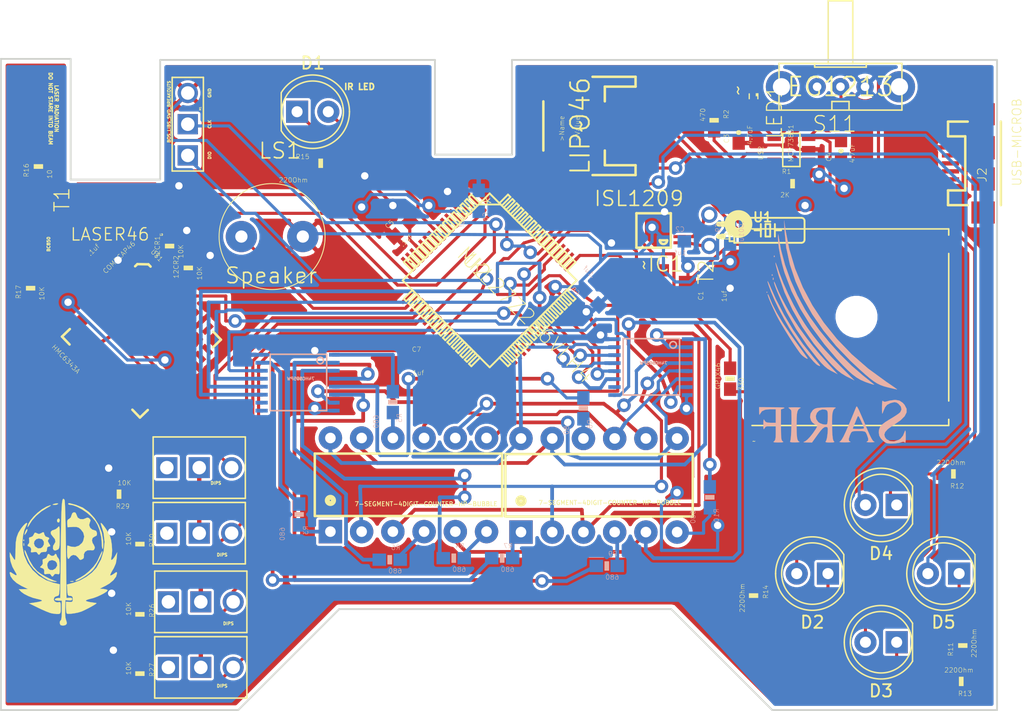
<source format=kicad_pcb>
(kicad_pcb (version 4) (host pcbnew 4.0.5)
  (title_block (title "BOS Watch") (company "Sarif Industries"))
  (layers (0 Top signal) (31 Bottom signal) (34 B.Paste user) (35 F.Paste user) (36 B.SilkS user) (37 F.SilkS user) (38 B.Mask user) (39 F.Mask user) (44 Edge.Cuts user))
  (net 0 "")
  (net 1 GND)
  (net 2 V+)
  (net 3 /PTC8)
  (net 4 /N$6)
  (net 5 /N$4)
  (net 6 /N$3)
  (net 7 /N$9)
  (net 8 /N$47)
  (net 9 /N$51)
  (net 10 /N$12)
  (net 11 /N$17)
  (net 12 /N$13)
  (net 13 /N$16)
  (net 14 /N$21)
  (net 15 /N$19)
  (net 16 /N$10)
  (net 17 /N$50)
  (net 18 /N$11)
  (net 19 /N$14)
  (net 20 /N$20)
  (net 21 /N$26)
  (net 22 /N$15)
  (net 23 /N$30)
  (net 24 /PTC11)
  (net 25 /PTC9)
  (net 26 /N$43)
  (net 27 /N$44)
  (net 28 "Net-(IC1-Pad5)")
  (net 29 "Net-(IC1-Pad6)")
  (net 30 "Net-(IC1-Pad9)")
  (net 31 "Net-(J2-PadD-)")
  (net 32 "Net-(J2-PadD+)")
  (net 33 /N$40)
  (net 34 /N$5)
  (net 35 "Net-(LIPO46-PadNC1)")
  (net 36 "Net-(LIPO46-PadNC2)")
  (net 37 /N$8)
  (net 38 /N$7)
  (net 39 /N$27)
  (net 40 /N$24)
  (net 41 /N$31)
  (net 42 /N$25)
  (net 43 /N$23)
  (net 44 /N$22)
  (net 45 /N$18)
  (net 46 /N$29)
  (net 47 /N$36)
  (net 48 /N$35)
  (net 49 /N$38)
  (net 50 /N$37)
  (net 51 /N$39)
  (net 52 /N$41)
  (net 53 /PTE0)
  (net 54 /N$42)
  (net 55 /PTA1)
  (net 56 /PTA4)
  (net 57 /PTE24)
  (net 58 /PTE25)
  (net 59 "Net-(S11-Pad3)")
  (net 60 /PTA3)
  (net 61 /PTC4)
  (net 62 /N$1)
  (net 63 /PTB19)
  (net 64 /PTB17)
  (net 65 /PTC2)
  (net 66 /PTC0)
  (net 67 "Net-(U$4-PadMR)")
  (net 68 /N$28)
  (net 69 /PTC7)
  (net 70 "Net-(U$5-PadMR)")
  (net 71 "Net-(U$5-PadQ7S)")
  (net 72 "Net-(U1-PadP$2)")
  (net 73 /PTC10)
  (net 74 "Net-(U1-PadP$6)")
  (net 75 "Net-(U1-PadP$7)")
  (net 76 "Net-(U1-PadP$10)")
  (net 77 "Net-(U1-PadP$11)")
  (net 78 "Net-(U1-PadP$13)")
  (net 79 "Net-(U1-PadP$14)")
  (net 80 "Net-(U1-PadP$15)")
  (net 81 "Net-(U1-PadP$16)")
  (net 82 "Net-(U1-PadP$17)")
  (net 83 "Net-(U1-PadP$18)")
  (net 84 "Net-(U1-PadP$20)")
  (net 85 "Net-(U2-Pad2)")
  (net 86 "Net-(U2-Pad5)")
  (net 87 "Net-(U2-Pad6)")
  (net 88 "Net-(U2-Pad7)")
  (net 89 "Net-(U2-Pad8)")
  (net 90 /PTE20)
  (net 91 "Net-(U2-Pad10)")
  (net 92 "Net-(U2-Pad11)")
  (net 93 "Net-(U2-Pad12)")
  (net 94 "Net-(U2-Pad14)")
  (net 95 /N$2)
  (net 96 "Net-(U2-Pad17)")
  (net 97 /PTE30)
  (net 98 "Net-(U2-Pad19)")
  (net 99 /PTA0)
  (net 100 "Net-(U2-Pad24)")
  (net 101 /PTA5)
  (net 102 /PTA12)
  (net 103 /PTA13)
  (net 104 /PTA18)
  (net 105 /PTA19)
  (net 106 "Net-(U2-Pad34)")
  (net 107 "Net-(U2-Pad35)")
  (net 108 /PTB1)
  (net 109 /PTB2)
  (net 110 /PTB3)
  (net 111 /PTB16)
  (net 112 /PTB18)
  (net 113 "Net-(U2-Pad44)")
  (net 114 "Net-(U2-Pad46)")
  (net 115 "Net-(U2-Pad50)")
  (net 116 "Net-(U2-Pad51)")
  (net 117 "Net-(U2-Pad57)")
  (net 118 /PTD1)
  (net 119 /PTD2)
  (net 120 /PTD3)
  (net 121 "Net-(U2-Pad61)")
  (net 122 /PTD5)
  (net 123 "Net-(U2-Pad63)")
  (net 124 "Net-(U2-Pad64)")
  (module 0603-RES (layer Top) (at 123.233244 95.517589 90)
    (fp_text reference 12CR2 (at -0.889 -0.762 90) (layer F.SilkS) (effects (font (size 0.38608 0.38608) (thickness 0.032512)) (justify left bottom)))
    (fp_text value 10K (at -1.016 1.143 90) (layer F.SilkS) (effects (font (size 0.38608 0.38608) (thickness 0.032512)) (justify left bottom)))
    (pad 1 smd rect (at -0.85 0 90) (size 1.1 1) (layers Top F.Paste F.Mask) (net 3 /PTC8))
    (pad 2 smd rect (at 0.85 0 90) (size 1.1 1) (layers Top F.Paste F.Mask) (net 2 V+))
  )
  (module 0603 (layer Top) (at 165.905244 97.295589 90)
    (fp_text reference C1 (at -0.889 -0.762 90) (layer F.SilkS) (effects (font (size 0.38608 0.38608) (thickness 0.032512)) (justify left bottom)))
    (fp_text value 1uf (at -1.016 1.143 90) (layer F.SilkS) (effects (font (size 0.38608 0.38608) (thickness 0.032512)) (justify left bottom)))
    (pad 1 smd rect (at -0.85 0 90) (size 1.1 1) (layers Top F.Paste F.Mask) (net 2 V+))
    (pad 2 smd rect (at 0.85 0 90) (size 1.1 1) (layers Top F.Paste F.Mask) (net 1 GND))
  )
  (module 0603 (layer Bottom) (at 162.730244 93.358589 180)
    (fp_text reference C2 (at -0.889 0.762 180) (layer B.SilkS) (effects (font (size 0.38608 0.38608) (thickness 0.032512)) (justify left bottom mirror)))
    (fp_text value 1uf (at -1.016 -1.143 180) (layer B.SilkS) (effects (font (size 0.38608 0.38608) (thickness 0.032512)) (justify left bottom mirror)))
    (pad 1 smd rect (at -0.85 0 180) (size 1.1 1) (layers Bottom B.Paste B.Mask) (net 4 /N$6))
    (pad 2 smd rect (at 0.85 0 180) (size 1.1 1) (layers Bottom B.Paste B.Mask) (net 1 GND))
  )
  (module 0603-CAP (layer Top) (at 168 84.5 90)
    (fp_text reference C3 (at -0.889 -0.762 90) (layer F.SilkS) (effects (font (size 0.38608 0.38608) (thickness 0.032512)) (justify left bottom)))
    (fp_text value 4.7uF (at -1.016 1.143 90) (layer F.SilkS) (effects (font (size 0.38608 0.38608) (thickness 0.032512)) (justify left bottom)))
    (pad 1 smd rect (at -0.85 0 90) (size 1.1 1) (layers Top F.Paste F.Mask) (net 1 GND))
    (pad 2 smd rect (at 0.85 0 90) (size 1.1 1) (layers Top F.Paste F.Mask) (net 5 /N$4))
  )
  (module 0603-CAP (layer Top) (at 176.319244 85.992589 90)
    (fp_text reference C4 (at -0.889 -0.762 90) (layer F.SilkS) (effects (font (size 0.38608 0.38608) (thickness 0.032512)) (justify left bottom)))
    (fp_text value 4.7uF (at -1.016 1.143 90) (layer F.SilkS) (effects (font (size 0.38608 0.38608) (thickness 0.032512)) (justify left bottom)))
    (pad 1 smd rect (at -0.85 0 90) (size 1.1 1) (layers Top F.Paste F.Mask) (net 1 GND))
    (pad 2 smd rect (at 0.85 0 90) (size 1.1 1) (layers Top F.Paste F.Mask) (net 6 /N$3))
  )
  (module 0603 (layer Top) (at 140.632244 92.342589 43.8)
    (fp_text reference C5 (at -0.889 -0.762 43.8) (layer F.SilkS) (effects (font (size 0.38608 0.38608) (thickness 0.032512)) (justify left bottom)))
    (fp_text value .1uf (at -1.016 1.143 43.8) (layer F.SilkS) (effects (font (size 0.38608 0.38608) (thickness 0.032512)) (justify left bottom)))
    (pad 1 smd rect (at -0.85 0 43.8) (size 1.1 1) (layers Top F.Paste F.Mask) (net 1 GND))
    (pad 2 smd rect (at 0.85 0 43.8) (size 1.1 1) (layers Top F.Paste F.Mask) (net 2 V+))
  )
  (module 0603 (layer Bottom) (at 146.855244 90.056589 90)
    (fp_text reference C6 (at -0.889 0.762 90) (layer B.SilkS) (effects (font (size 0.38608 0.38608) (thickness 0.032512)) (justify left bottom mirror)))
    (fp_text value .1uf (at -1.016 -1.143 90) (layer B.SilkS) (effects (font (size 0.38608 0.38608) (thickness 0.032512)) (justify left bottom mirror)))
    (pad 1 smd rect (at -0.85 0 90) (size 1.1 1) (layers Bottom B.Paste B.Mask) (net 1 GND))
    (pad 2 smd rect (at 0.85 0 90) (size 1.1 1) (layers Bottom B.Paste B.Mask) (net 2 V+))
  )
  (module 0603 (layer Top) (at 142.283244 103.137589)
    (fp_text reference C7 (at -0.889 -0.762) (layer F.SilkS) (effects (font (size 0.38608 0.38608) (thickness 0.032512)) (justify left bottom)))
    (fp_text value .1uf (at -1.016 1.143) (layer F.SilkS) (effects (font (size 0.38608 0.38608) (thickness 0.032512)) (justify left bottom)))
    (pad 1 smd rect (at -0.85 0) (size 1.1 1) (layers Top F.Paste F.Mask) (net 1 GND))
    (pad 2 smd rect (at 0.85 0) (size 1.1 1) (layers Top F.Paste F.Mask) (net 2 V+))
  )
  (module 0603 (layer Bottom) (at 155.999244 97.930589 315)
    (fp_text reference C8 (at -0.889 0.761999 315) (layer B.SilkS) (effects (font (size 0.38608 0.38608) (thickness 0.032512)) (justify left bottom mirror)))
    (fp_text value .1uf (at -1.016 -1.143001 315) (layer B.SilkS) (effects (font (size 0.38608 0.38608) (thickness 0.032512)) (justify left bottom mirror)))
    (pad 1 smd rect (at -0.85 0 315) (size 1.1 1) (layers Bottom B.Paste B.Mask) (net 1 GND))
    (pad 2 smd rect (at 0.85 0 315) (size 1.1 1) (layers Bottom B.Paste B.Mask) (net 2 V+))
  )
  (module 0603 (layer Top) (at 115.359244 96.152589 225)
    (fp_text reference COMPCAP46 (at -0.889 -0.762 225) (layer F.SilkS) (effects (font (size 0.38608 0.38608) (thickness 0.032512)) (justify left bottom)))
    (fp_text value .1uf (at -1.016 1.143 225) (layer F.SilkS) (effects (font (size 0.38608 0.38608) (thickness 0.032512)) (justify left bottom)))
    (pad 1 smd rect (at -0.85 0 225) (size 1.1 1) (layers Top F.Paste F.Mask) (net 2 V+))
    (pad 2 smd rect (at 0.85 0 225) (size 1.1 1) (layers Top F.Paste F.Mask) (net 1 GND))
  )
  (module DIL12 (layer Top) (at 141.140244 113.170589)
    (fp_text reference DISP1 hide)
    (fp_text value 7-SEGMENT-4DIGIT-COUNTER-HP-BUBBLE (at -4.412044 1.764411) (layer F.SilkS) (effects (font (size 0.35 0.35) (thickness 0.0625)) (justify left bottom)))
    (pad 1 thru_hole rect (at -6.35 3.81) (size 1.905 1.905) (drill 0.8636) (layers *.Cu *.Mask) (net 7 /N$9))
    (pad 2 thru_hole circle (at -3.81 3.81) (size 1.905 1.905) (drill 0.8636) (layers *.Cu *.Mask) (net 8 /N$47))
    (pad 3 thru_hole circle (at -1.27 3.81) (size 1.905 1.905) (drill 0.8636) (layers *.Cu *.Mask) (net 9 /N$51))
    (pad 4 thru_hole circle (at 1.27 3.81) (size 1.905 1.905) (drill 0.8636) (layers *.Cu *.Mask) (net 10 /N$12))
    (pad 5 thru_hole circle (at 3.81 3.81) (size 1.905 1.905) (drill 0.8636) (layers *.Cu *.Mask) (net 11 /N$17))
    (pad 6 thru_hole circle (at 6.35 3.81) (size 1.905 1.905) (drill 0.8636) (layers *.Cu *.Mask) (net 12 /N$13))
    (pad 7 thru_hole circle (at 6.35 -3.81) (size 1.905 1.905) (drill 0.8636) (layers *.Cu *.Mask) (net 13 /N$16))
    (pad 8 thru_hole circle (at 3.81 -3.81) (size 1.905 1.905) (drill 0.8636) (layers *.Cu *.Mask) (net 14 /N$21))
    (pad 9 thru_hole circle (at 1.27 -3.81) (size 1.905 1.905) (drill 0.8636) (layers *.Cu *.Mask) (net 15 /N$19))
    (pad 10 thru_hole circle (at -1.27 -3.81) (size 1.905 1.905) (drill 0.8636) (layers *.Cu *.Mask) (net 16 /N$10))
    (pad 11 thru_hole circle (at -3.81 -3.81) (size 1.905 1.905) (drill 0.8636) (layers *.Cu *.Mask) (net 17 /N$50))
    (pad 12 thru_hole circle (at -6.35 -3.81) (size 1.905 1.905) (drill 0.8636) (layers *.Cu *.Mask) (net 18 /N$11))
  )
  (module DIL12 (layer Top) (at 156.6418 113.2078)
    (fp_text reference DISP2 hide)
    (fp_text value 7-SEGMENT-4DIGIT-COUNTER-HP-BUBBLE (at -4.953 1.6256) (layer F.SilkS) (effects (font (size 0.35 0.35) (thickness 0.0625)) (justify left bottom)))
    (pad 1 thru_hole rect (at -6.35 3.81) (size 1.905 1.905) (drill 0.8636) (layers *.Cu *.Mask) (net 19 /N$14))
    (pad 2 thru_hole circle (at -3.81 3.81) (size 1.905 1.905) (drill 0.8636) (layers *.Cu *.Mask) (net 8 /N$47))
    (pad 3 thru_hole circle (at -1.27 3.81) (size 1.905 1.905) (drill 0.8636) (layers *.Cu *.Mask) (net 9 /N$51))
    (pad 4 thru_hole circle (at 1.27 3.81) (size 1.905 1.905) (drill 0.8636) (layers *.Cu *.Mask) (net 20 /N$20))
    (pad 5 thru_hole circle (at 3.81 3.81) (size 1.905 1.905) (drill 0.8636) (layers *.Cu *.Mask) (net 11 /N$17))
    (pad 6 thru_hole circle (at 6.35 3.81) (size 1.905 1.905) (drill 0.8636) (layers *.Cu *.Mask) (net 21 /N$26))
    (pad 7 thru_hole circle (at 6.35 -3.81) (size 1.905 1.905) (drill 0.8636) (layers *.Cu *.Mask) (net 13 /N$16))
    (pad 8 thru_hole circle (at 3.81 -3.81) (size 1.905 1.905) (drill 0.8636) (layers *.Cu *.Mask) (net 14 /N$21))
    (pad 9 thru_hole circle (at 1.27 -3.81) (size 1.905 1.905) (drill 0.8636) (layers *.Cu *.Mask) (net 15 /N$19))
    (pad 10 thru_hole circle (at -1.27 -3.81) (size 1.905 1.905) (drill 0.8636) (layers *.Cu *.Mask) (net 22 /N$15))
    (pad 11 thru_hole circle (at -3.81 -3.81) (size 1.905 1.905) (drill 0.8636) (layers *.Cu *.Mask) (net 17 /N$50))
    (pad 12 thru_hole circle (at -6.35 -3.81) (size 1.905 1.905) (drill 0.8636) (layers *.Cu *.Mask) (net 18 /N$11))
  )
  (module 0603-RES (layer Top) (at 121.709244 93.739589 90)
    (fp_text reference I2CR1 (at -0.889 -0.762 90) (layer F.SilkS) (effects (font (size 0.38608 0.38608) (thickness 0.032512)) (justify left bottom)))
    (fp_text value 10K (at -1.016 1.143 90) (layer F.SilkS) (effects (font (size 0.38608 0.38608) (thickness 0.032512)) (justify left bottom)))
    (pad 1 smd rect (at -0.85 0 90) (size 1.1 1) (layers Top F.Paste F.Mask) (net 25 /PTC9))
    (pad 2 smd rect (at 0.85 0 90) (size 1.1 1) (layers Top F.Paste F.Mask) (net 2 V+))
  )
  (module MSOP10 (layer Top) (at 161.079244 92.469589 90)
    (fp_text reference IC1 (at -2.032 2.54 180) (layer F.SilkS) (effects (font (size 1.2065 1.2065) (thickness 0.127)) (justify right top)))
    (fp_text value ISL1209 (at 3.302 2.54 180) (layer F.SilkS) (effects (font (size 1.2065 1.2065) (thickness 0.127)) (justify right top)))
    (pad 1 smd rect (at -1 2.1131 90) (size 0.25 1) (layers Top F.Paste F.Mask) (net 26 /N$43))
    (pad 2 smd rect (at -0.5 2.1131 90) (size 0.25 1) (layers Top F.Paste F.Mask) (net 27 /N$44))
    (pad 3 smd rect (at 0 2.1131 90) (size 0.25 1) (layers Top F.Paste F.Mask) (net 2 V+))
    (pad 4 smd rect (at 0.5 2.1131 90) (size 0.25 1) (layers Top F.Paste F.Mask) (net 1 GND))
    (pad 5 smd rect (at 1 2.1131 90) (size 0.25 1) (layers Top F.Paste F.Mask) (net 28 "Net-(IC1-Pad5)"))
    (pad 6 smd rect (at 1 -2.1131 270) (size 0.25 1) (layers Top F.Paste F.Mask) (net 29 "Net-(IC1-Pad6)"))
    (pad 7 smd rect (at 0.5 -2.1131 270) (size 0.25 1) (layers Top F.Paste F.Mask) (net 25 /PTC9))
    (pad 8 smd rect (at 0 -2.1131 270) (size 0.25 1) (layers Top F.Paste F.Mask) (net 3 /PTC8))
    (pad 9 smd rect (at -0.5 -2.1131 270) (size 0.25 1) (layers Top F.Paste F.Mask) (net 30 "Net-(IC1-Pad9)"))
    (pad 10 smd rect (at -1 -2.1131 270) (size 0.25 1) (layers Top F.Paste F.Mask) (net 2 V+))
  )
  (module USB-MICROB (layer Top) (at 187.875838 87.008589 90)
    (fp_text reference J2 (at -1.6 0.35 90) (layer F.SilkS) (effects (font (size 0.7239 0.7239) (thickness 0.06096)) (justify left bottom)))
    (fp_text value USB-MICROB (at -1.905 3.175 90) (layer F.SilkS) (effects (font (size 0.7239 0.7239) (thickness 0.06096)) (justify left bottom)))
    (pad VBUS smd rect (at -1.3 -2.65 180) (size 1.4 0.35) (layers Top F.Paste F.Mask) (net 5 /N$4))
    (pad GND smd rect (at 1.3 -2.65 180) (size 1.4 0.35) (layers Top F.Paste F.Mask) (net 1 GND))
    (pad D- smd rect (at -0.65 -2.65 180) (size 1.4 0.35) (layers Top F.Paste F.Mask) (net 31 "Net-(J2-PadD-)"))
    (pad D+ smd rect (at 0 -2.65 180) (size 1.4 0.35) (layers Top F.Paste F.Mask) (net 32 "Net-(J2-PadD+)"))
    (pad ID smd rect (at 0.65 -2.65 180) (size 1.4 0.35) (layers Top F.Paste F.Mask))
    (pad MT1 smd rect (at -4 0 90) (size 1.8 1.9) (layers Top F.Paste F.Mask))
    (pad MT2 smd rect (at 4 0 90) (size 1.8 1.9) (layers Top F.Paste F.Mask))
    (pad P$1 smd rect (at -1.27 0 90) (size 1.9 1.9) (layers Top F.Paste F.Mask))
    (pad P$2 smd rect (at 1.27 0 90) (size 1.9 1.9) (layers Top F.Paste F.Mask))
  )
  (module LD-FLUSH-WITH-JUMPER (layer Top) (at 117.391244 90.183589 180)
    (fp_text reference LASER46 (at -2.750756 -2.018411 180) (layer F.SilkS) (effects (font (thickness 0.1016)) (justify right top)))
    (fp_text value LD (at -3.81 -2.54 180) (layer F.SilkS) (effects (font (size 0.15 0.15) (thickness 0.0375)) (justify right top)))
    (pad A smd rect (at 0 0 180) (size 6.4516 3.2512) (layers Top F.Paste F.Mask) (net 2 V+))
    (pad C smd rect (at 6.35 0 180) (size 2.54 1.27) (layers Top F.Paste F.Mask) (net 33 /N$40))
  )
  (module LED_SML0603 (layer Top) (at 169.207244 81.547589 270)
    (fp_text reference LED1 (at -1 -1 270) (layer F.SilkS) (effects (font (size 1.2065 1.2065) (thickness 0.1016)) (justify right top)))
    (fp_text value ~ (at -1 2 270) (layer F.SilkS) (effects (font (size 1.2065 1.2065) (thickness 0.1016)) (justify right top)))
    (pad A smd rect (at 0.75 0 270) (size 0.8 0.8) (layers Top F.Paste F.Mask) (net 5 /N$4))
    (pad C smd rect (at -0.75 0 270) (size 0.8 0.8) (layers Top F.Paste F.Mask) (net 34 /N$5))
  )
  (module JST-2-SMD (layer Top) (at 155.110244 83.960589 90)
    (fp_text reference LIPO46 (at 0 0 90) (layer F.SilkS))
    (fp_text value ~ (at 0 0 90) (layer F.SilkS))
    (fp_text user >Name (at -1.27 -1.27 90) (layer F.SilkS) (effects (font (size 0.38608 0.38608) (thickness 0.032512)) (justify left bottom)))
    (fp_text user >Value (at -1.27 0 90) (layer F.SilkS) (effects (font (size 0.38608 0.38608) (thickness 0.032512)) (justify left bottom)))
    (pad 1 smd rect (at -1 3.7 90) (size 1 4.6) (layers Top F.Paste F.Mask) (net 1 GND))
    (pad 2 smd rect (at 1 3.7 90) (size 1 4.6) (layers Top F.Paste F.Mask) (net 6 /N$3))
    (pad NC1 smd rect (at -3.4 -1.5 180) (size 3.4 1.6) (layers Top F.Paste F.Mask) (net 35 "Net-(LIPO46-PadNC1)"))
    (pad NC2 smd rect (at 3.4 -1.5 180) (size 3.4 1.6) (layers Top F.Paste F.Mask) (net 36 "Net-(LIPO46-PadNC2)"))
  )
  (module 0603-RES (layer Top) (at 172.382244 88.659589)
    (fp_text reference R1 (at -0.889 -0.762) (layer F.SilkS) (effects (font (size 0.38608 0.38608) (thickness 0.032512)) (justify left bottom)))
    (fp_text value 2K (at -1.016 1.143) (layer F.SilkS) (effects (font (size 0.38608 0.38608) (thickness 0.032512)) (justify left bottom)))
    (pad 1 smd rect (at -0.85 0) (size 1.1 1) (layers Top F.Paste F.Mask) (net 37 /N$8))
    (pad 2 smd rect (at 0.85 0) (size 1.1 1) (layers Top F.Paste F.Mask) (net 1 GND))
  )
  (module 0603-RES (layer Bottom) (at 165.651244 114.186589 90)
    (fp_text reference R10 (at -0.889 0.762 90) (layer B.SilkS) (effects (font (size 0.38608 0.38608) (thickness 0.032512)) (justify left bottom mirror)))
    (fp_text value 680 (at -1.016 -1.143 90) (layer B.SilkS) (effects (font (size 0.38608 0.38608) (thickness 0.032512)) (justify left bottom mirror)))
    (pad 1 smd rect (at -0.85 0 90) (size 1.1 1) (layers Bottom B.Paste B.Mask) (net 21 /N$26))
    (pad 2 smd rect (at 0.85 0 90) (size 1.1 1) (layers Bottom B.Paste B.Mask) (net 46 /N$29))
  )
  (module 0603-RES (layer Top) (at 186.225244 126.251589 90)
    (fp_text reference R11 (at -0.889 -0.762 90) (layer F.SilkS) (effects (font (size 0.38608 0.38608) (thickness 0.032512)) (justify left bottom)))
    (fp_text value 220Ohm (at -1.016 1.143 90) (layer F.SilkS) (effects (font (size 0.38608 0.38608) (thickness 0.032512)) (justify left bottom)))
    (pad 1 smd rect (at -0.85 0 90) (size 1.1 1) (layers Top F.Paste F.Mask) (net 1 GND))
    (pad 2 smd rect (at 0.85 0 90) (size 1.1 1) (layers Top F.Paste F.Mask) (net 47 /N$36))
  )
  (module 0603-RES (layer Top) (at 185.463244 112.281589 180)
    (fp_text reference R12 (at -0.889 -0.762 180) (layer F.SilkS) (effects (font (size 0.38608 0.38608) (thickness 0.032512)) (justify right top)))
    (fp_text value 220Ohm (at -1.016 1.143 180) (layer F.SilkS) (effects (font (size 0.38608 0.38608) (thickness 0.032512)) (justify right top)))
    (pad 1 smd rect (at -0.85 0 180) (size 1.1 1) (layers Top F.Paste F.Mask) (net 1 GND))
    (pad 2 smd rect (at 0.85 0 180) (size 1.1 1) (layers Top F.Paste F.Mask) (net 48 /N$35))
  )
  (module 0603-RES (layer Top) (at 186.098244 129.172589 180)
    (fp_text reference R13 (at -0.889 -0.762 180) (layer F.SilkS) (effects (font (size 0.38608 0.38608) (thickness 0.032512)) (justify right top)))
    (fp_text value 220Ohm (at -1.016 1.143 180) (layer F.SilkS) (effects (font (size 0.38608 0.38608) (thickness 0.032512)) (justify right top)))
    (pad 1 smd rect (at -0.85 0 180) (size 1.1 1) (layers Top F.Paste F.Mask) (net 1 GND))
    (pad 2 smd rect (at 0.85 0 180) (size 1.1 1) (layers Top F.Paste F.Mask) (net 49 /N$38))
  )
  (module 0603-RES (layer Top) (at 169.207322 122.187589 270)
    (fp_text reference R14 (at -0.889 -0.762 270) (layer F.SilkS) (effects (font (size 0.38608 0.38608) (thickness 0.032512)) (justify right top)))
    (fp_text value 220Ohm (at -1.016 1.143 270) (layer F.SilkS) (effects (font (size 0.38608 0.38608) (thickness 0.032512)) (justify right top)))
    (pad 1 smd rect (at -0.85 0 270) (size 1.1 1) (layers Top F.Paste F.Mask) (net 1 GND))
    (pad 2 smd rect (at 0.85 0 270) (size 1.1 1) (layers Top F.Paste F.Mask) (net 50 /N$37))
  )
  (module 0603-RES (layer Top) (at 134 87)
    (fp_text reference R15 (at -0.889 -0.762) (layer F.SilkS) (effects (font (size 0.38608 0.38608) (thickness 0.032512)) (justify right top)))
    (fp_text value 220Ohm (at -1.016 1.143) (layer F.SilkS) (effects (font (size 0.38608 0.38608) (thickness 0.032512)) (justify right top)))
    (pad 1 smd rect (at -0.85 0) (size 1.1 1) (layers Top F.Paste F.Mask) (net 1 GND))
    (pad 2 smd rect (at 0.85 0) (size 1.1 1) (layers Top F.Paste F.Mask) (net 51 /N$39))
  )
  (module 0603-RES (layer Top) (at 111.041244 87.262589 90)
    (fp_text reference R16 (at -0.889 -0.762 90) (layer F.SilkS) (effects (font (size 0.38608 0.38608) (thickness 0.032512)) (justify left bottom)))
    (fp_text value 10 (at -1.016 1.143 90) (layer F.SilkS) (effects (font (size 0.38608 0.38608) (thickness 0.032512)) (justify left bottom)))
    (pad 1 smd rect (at -0.85 0 90) (size 1.1 1) (layers Top F.Paste F.Mask) (net 33 /N$40))
    (pad 2 smd rect (at 0.85 0 90) (size 1.1 1) (layers Top F.Paste F.Mask) (net 52 /N$41))
  )
  (module 0603-RES (layer Top) (at 110.406244 97.168589 90)
    (fp_text reference R17 (at -0.889 -0.762 90) (layer F.SilkS) (effects (font (size 0.38608 0.38608) (thickness 0.032512)) (justify left bottom)))
    (fp_text value 10K (at -1.016 1.143 90) (layer F.SilkS) (effects (font (size 0.38608 0.38608) (thickness 0.032512)) (justify left bottom)))
    (pad 1 smd rect (at -0.85 0 90) (size 1.1 1) (layers Top F.Paste F.Mask) (net 53 /PTE0))
    (pad 2 smd rect (at 0.85 0 90) (size 1.1 1) (layers Top F.Paste F.Mask) (net 54 /N$42))
  )
  (module 0603-RES (layer Top) (at 166 83.5 270)
    (fp_text reference R2 (at -0.889 -0.762 270) (layer F.SilkS) (effects (font (size 0.38608 0.38608) (thickness 0.032512)) (justify right top)))
    (fp_text value 470 (at -1.016 1.143 270) (layer F.SilkS) (effects (font (size 0.38608 0.38608) (thickness 0.032512)) (justify right top)))
    (pad 1 smd rect (at -0.85 0 270) (size 1.1 1) (layers Top F.Paste F.Mask) (net 34 /N$5))
    (pad 2 smd rect (at 0.85 0 270) (size 1.1 1) (layers Top F.Paste F.Mask) (net 38 /N$7))
  )
  (module 0603-RES (layer Top) (at 119.296244 123.711589 270)
    (fp_text reference R26 (at -0.889 -0.762 270) (layer F.SilkS) (effects (font (size 0.38608 0.38608) (thickness 0.032512)) (justify right top)))
    (fp_text value 10K (at -1.016 1.143 270) (layer F.SilkS) (effects (font (size 0.38608 0.38608) (thickness 0.032512)) (justify right top)))
    (pad 1 smd rect (at -0.85 0 270) (size 1.1 1) (layers Top F.Paste F.Mask) (net 2 V+))
    (pad 2 smd rect (at 0.85 0 270) (size 1.1 1) (layers Top F.Paste F.Mask) (net 55 /PTA1))
  )
  (module 0603-RES (layer Top) (at 119.296244 128.537589 270)
    (fp_text reference R27 (at -0.889 -0.762 270) (layer F.SilkS) (effects (font (size 0.38608 0.38608) (thickness 0.032512)) (justify right top)))
    (fp_text value 10K (at -1.016 1.143 270) (layer F.SilkS) (effects (font (size 0.38608 0.38608) (thickness 0.032512)) (justify right top)))
    (pad 1 smd rect (at -0.85 0 270) (size 1.1 1) (layers Top F.Paste F.Mask) (net 2 V+))
    (pad 2 smd rect (at 0.85 0 270) (size 1.1 1) (layers Top F.Paste F.Mask) (net 56 /PTA4))
  )
  (module 0603-RES (layer Top) (at 117.598278 113.932817 180)
    (fp_text reference R29 (at -0.889 -0.762 180) (layer F.SilkS) (effects (font (size 0.38608 0.38608) (thickness 0.032512)) (justify right top)))
    (fp_text value 10K (at -1.016 1.143 180) (layer F.SilkS) (effects (font (size 0.38608 0.38608) (thickness 0.032512)) (justify right top)))
    (pad 1 smd rect (at -0.85 0 180) (size 1.1 1) (layers Top F.Paste F.Mask) (net 57 /PTE24))
    (pad 2 smd rect (at 0.85 0 180) (size 1.1 1) (layers Top F.Paste F.Mask) (net 2 V+))
  )
  (module 0603-RES (layer Bottom) (at 132.250244 115.583589 90)
    (fp_text reference R3 (at -0.889 0.762 90) (layer B.SilkS) (effects (font (size 0.38608 0.38608) (thickness 0.032512)) (justify left bottom mirror)))
    (fp_text value 680 (at -1.016 -1.143 90) (layer B.SilkS) (effects (font (size 0.38608 0.38608) (thickness 0.032512)) (justify left bottom mirror)))
    (pad 1 smd rect (at -0.85 0 90) (size 1.1 1) (layers Bottom B.Paste B.Mask) (net 7 /N$9))
    (pad 2 smd rect (at 0.85 0 90) (size 1.1 1) (layers Bottom B.Paste B.Mask) (net 39 /N$27))
  )
  (module 0603-RES (layer Top) (at 119.296244 117.996589 270)
    (fp_text reference R30 (at -0.889 -0.762 270) (layer F.SilkS) (effects (font (size 0.38608 0.38608) (thickness 0.032512)) (justify right top)))
    (fp_text value 10K (at -1.016 1.143 270) (layer F.SilkS) (effects (font (size 0.38608 0.38608) (thickness 0.032512)) (justify right top)))
    (pad 1 smd rect (at -0.85 0 270) (size 1.1 1) (layers Top F.Paste F.Mask) (net 2 V+))
    (pad 2 smd rect (at 0.85 0 270) (size 1.1 1) (layers Top F.Paste F.Mask) (net 58 /PTE25))
  )
  (module 0603-RES (layer Bottom) (at 144.823244 119.139589 180)
    (fp_text reference R4 (at -0.889 0.762 180) (layer B.SilkS) (effects (font (size 0.38608 0.38608) (thickness 0.032512)) (justify left bottom mirror)))
    (fp_text value 680 (at -1.016 -1.143 180) (layer B.SilkS) (effects (font (size 0.38608 0.38608) (thickness 0.032512)) (justify left bottom mirror)))
    (pad 1 smd rect (at -0.85 0 180) (size 1.1 1) (layers Bottom B.Paste B.Mask) (net 12 /N$13))
    (pad 2 smd rect (at 0.85 0 180) (size 1.1 1) (layers Bottom B.Paste B.Mask) (net 40 /N$24))
  )
  (module 0603-RES (layer Bottom) (at 139.870244 106.439589 90)
    (fp_text reference R5 (at -0.889 0.762 90) (layer B.SilkS) (effects (font (size 0.38608 0.38608) (thickness 0.032512)) (justify left bottom mirror)))
    (fp_text value 680 (at -1.016 -1.143 90) (layer B.SilkS) (effects (font (size 0.38608 0.38608) (thickness 0.032512)) (justify left bottom mirror)))
    (pad 1 smd rect (at -0.85 0 90) (size 1.1 1) (layers Bottom B.Paste B.Mask) (net 16 /N$10))
    (pad 2 smd rect (at 0.85 0 90) (size 1.1 1) (layers Bottom B.Paste B.Mask) (net 41 /N$31))
  )
  (module 0603-RES (layer Bottom) (at 139.616244 119.266589 180)
    (fp_text reference R6 (at -0.889 0.762 180) (layer B.SilkS) (effects (font (size 0.38608 0.38608) (thickness 0.032512)) (justify left bottom mirror)))
    (fp_text value 680 (at -1.016 -1.143 180) (layer B.SilkS) (effects (font (size 0.38608 0.38608) (thickness 0.032512)) (justify left bottom mirror)))
    (pad 1 smd rect (at -0.85 0 180) (size 1.1 1) (layers Bottom B.Paste B.Mask) (net 10 /N$12))
    (pad 2 smd rect (at 0.85 0 180) (size 1.1 1) (layers Bottom B.Paste B.Mask) (net 42 /N$25))
  )
  (module 0603-RES (layer Bottom) (at 148.760244 119.139589 180)
    (fp_text reference R7 (at -0.889 0.762 180) (layer B.SilkS) (effects (font (size 0.38608 0.38608) (thickness 0.032512)) (justify left bottom mirror)))
    (fp_text value 680 (at -1.016 -1.143 180) (layer B.SilkS) (effects (font (size 0.38608 0.38608) (thickness 0.032512)) (justify left bottom mirror)))
    (pad 1 smd rect (at -0.85 0 180) (size 1.1 1) (layers Bottom B.Paste B.Mask) (net 19 /N$14))
    (pad 2 smd rect (at 0.85 0 180) (size 1.1 1) (layers Bottom B.Paste B.Mask) (net 43 /N$23))
  )
  (module 0603-RES (layer Bottom) (at 155.364244 106.947589 90)
    (fp_text reference R8 (at -0.889 0.762 90) (layer B.SilkS) (effects (font (size 0.38608 0.38608) (thickness 0.032512)) (justify left bottom mirror)))
    (fp_text value 680 (at -1.016 -1.143 90) (layer B.SilkS) (effects (font (size 0.38608 0.38608) (thickness 0.032512)) (justify left bottom mirror)))
    (pad 1 smd rect (at -0.85 0 90) (size 1.1 1) (layers Bottom B.Paste B.Mask) (net 22 /N$15))
    (pad 2 smd rect (at 0.85 0 90) (size 1.1 1) (layers Bottom B.Paste B.Mask) (net 44 /N$22))
  )
  (module 0603-RES (layer Bottom) (at 157.269244 119.774589 180)
    (fp_text reference R9 (at -0.889 0.762 180) (layer B.SilkS) (effects (font (size 0.38608 0.38608) (thickness 0.032512)) (justify left bottom mirror)))
    (fp_text value 680 (at -1.016 -1.143 180) (layer B.SilkS) (effects (font (size 0.38608 0.38608) (thickness 0.032512)) (justify left bottom mirror)))
    (pad 1 smd rect (at -0.85 0 180) (size 1.1 1) (layers Bottom B.Paste B.Mask) (net 20 /N$20))
    (pad 2 smd rect (at 0.85 0 180) (size 1.1 1) (layers Bottom B.Paste B.Mask) (net 45 /N$18))
  )
  (module SOT23 (layer Top) (at 111.76 92.964 270)
    (fp_text reference T1 (at -1.905 -1.905 270) (layer F.SilkS) (effects (font (size 1.2065 1.2065) (thickness 0.1016)) (justify left bottom)))
    (fp_text value BC850 (at 1.27 -0.254 270) (layer F.SilkS) (effects (font (size 0.25 0.25) (thickness 0.0625)) (justify left bottom)))
    (pad 3 smd rect (at 0 -1.1 270) (size 1 1.4) (layers Top F.Paste F.Mask) (net 52 /N$41))
    (pad 2 smd rect (at 0.95 1.1 270) (size 1 1.4) (layers Top F.Paste F.Mask) (net 1 GND))
    (pad 1 smd rect (at -0.95 1.1 270) (size 1 1.4) (layers Top F.Paste F.Mask) (net 54 /N$42))
  )
  (module SOT23-EBC (layer Top) (at 162.730244 96.660589 270)
    (fp_text reference T2 (at -1.905 -1.905 270) (layer F.SilkS) (effects (font (size 1.2065 1.2065) (thickness 0.1016)) (justify right top)))
    (fp_text value ~ (at -1.905 3.175 270) (layer F.SilkS) (effects (font (size 1.2065 1.2065) (thickness 0.1016)) (justify right top)))
    (pad C smd rect (at 0 -1.1 270) (size 1 1.4) (layers Top F.Paste F.Mask) (net 4 /N$6))
    (pad B smd rect (at 0.95 1.1 270) (size 1 1.4) (layers Top F.Paste F.Mask) (net 61 /PTC4))
    (pad E smd rect (at -0.95 1.1 270) (size 1 1.4) (layers Top F.Paste F.Mask) (net 2 V+))
  )
  (module LCC36 (layer Top) (at 119.423244 101.232589 313.9)
    (fp_text reference U$1 (at -4.572 -5.334 313.9) (layer F.SilkS) (effects (font (size 0.38608 0.38608) (thickness 0.032512)) (justify left bottom)))
    (fp_text value HMC6343A (at -4.572 5.842 313.9) (layer F.SilkS) (effects (font (size 0.38608 0.38608) (thickness 0.032512)) (justify left bottom)))
    (pad 1 smd rect (at -4.4 -3.2 43.9) (size 0.42 1) (layers Top F.Paste F.Mask))
    (pad 2 smd rect (at -4.4 -2.4 43.9) (size 0.42 1) (layers Top F.Paste F.Mask))
    (pad 3 smd rect (at -4.4 -1.6 43.9) (size 0.42 1) (layers Top F.Paste F.Mask) (net 2 V+))
    (pad 4 smd rect (at -4.4 -0.8 43.9) (size 0.42 1) (layers Top F.Paste F.Mask))
    (pad 5 smd rect (at -4.4 0 43.9) (size 0.42 1) (layers Top F.Paste F.Mask))
    (pad 6 smd rect (at -4.4 0.8 43.9) (size 0.42 1) (layers Top F.Paste F.Mask))
    (pad 7 smd rect (at -4.4 1.6 43.9) (size 0.42 1) (layers Top F.Paste F.Mask))
    (pad 8 smd rect (at -4.4 2.4 43.9) (size 0.42 1) (layers Top F.Paste F.Mask))
    (pad 9 smd rect (at -4.4 3.2 43.9) (size 0.42 1) (layers Top F.Paste F.Mask))
    (pad 10 smd rect (at -3.2 4.4 133.9) (size 0.42 1) (layers Top F.Paste F.Mask))
    (pad 11 smd rect (at -2.4 4.4 133.9) (size 0.42 1) (layers Top F.Paste F.Mask) (net 2 V+))
    (pad 12 smd rect (at -1.6 4.4 133.9) (size 0.42 1) (layers Top F.Paste F.Mask))
    (pad 13 smd rect (at -0.8 4.4 133.9) (size 0.42 1) (layers Top F.Paste F.Mask))
    (pad 14 smd rect (at 0 4.4 133.9) (size 0.42 1) (layers Top F.Paste F.Mask))
    (pad 15 smd rect (at 0.8 4.4 133.9) (size 0.42 1) (layers Top F.Paste F.Mask))
    (pad 16 smd rect (at 1.6 4.4 133.9) (size 0.42 1) (layers Top F.Paste F.Mask))
    (pad 17 smd rect (at 2.4 4.4 133.9) (size 0.42 1) (layers Top F.Paste F.Mask))
    (pad 18 smd rect (at 3.2 4.4 133.9) (size 0.42 1) (layers Top F.Paste F.Mask))
    (pad 19 smd rect (at 4.4 3.2 223.9) (size 0.42 1) (layers Top F.Paste F.Mask))
    (pad 20 smd rect (at 4.4 2.4 223.9) (size 0.42 1) (layers Top F.Paste F.Mask))
    (pad 21 smd rect (at 4.4 1.6 223.9) (size 0.42 1) (layers Top F.Paste F.Mask) (net 2 V+))
    (pad 22 smd rect (at 4.4 0.8 223.9) (size 0.42 1) (layers Top F.Paste F.Mask) (net 62 /N$1))
    (pad 23 smd rect (at 4.4 0 223.9) (size 0.42 1) (layers Top F.Paste F.Mask))
    (pad 24 smd rect (at 4.4 -0.8 223.9) (size 0.42 1) (layers Top F.Paste F.Mask))
    (pad 25 smd rect (at 4.4 -1.6 223.9) (size 0.42 1) (layers Top F.Paste F.Mask) (net 1 GND))
    (pad 26 smd rect (at 4.4 -2.4 223.9) (size 0.42 1) (layers Top F.Paste F.Mask))
    (pad 27 smd rect (at 4.4 -3.2 223.9) (size 0.42 1) (layers Top F.Paste F.Mask))
    (pad 28 smd rect (at 3.2 -4.4 313.9) (size 0.42 1) (layers Top F.Paste F.Mask))
    (pad 29 smd rect (at 2.4 -4.4 313.9) (size 0.42 1) (layers Top F.Paste F.Mask) (net 1 GND))
    (pad 30 smd rect (at 1.6 -4.4 313.9) (size 0.42 1) (layers Top F.Paste F.Mask))
    (pad 31 smd rect (at 0.8 -4.4 313.9) (size 0.42 1) (layers Top F.Paste F.Mask))
    (pad 32 smd rect (at 0 -4.4 313.9) (size 0.42 1) (layers Top F.Paste F.Mask) (net 3 /PTC8))
    (pad 33 smd rect (at -0.8 -4.4 313.9) (size 0.42 1) (layers Top F.Paste F.Mask))
    (pad 34 smd rect (at -1.6 -4.4 313.9) (size 0.42 1) (layers Top F.Paste F.Mask))
    (pad 35 smd rect (at -2.4 -4.4 313.9) (size 0.42 1) (layers Top F.Paste F.Mask) (net 62 /N$1))
    (pad 36 smd rect (at -3.2 -4.4 313.9) (size 0.42 1) (layers Top F.Paste F.Mask) (net 25 /PTC9))
  )
  (module SOT23-5 (layer Top) (at 172.382244 85.865589 90)
    (fp_text reference U$2 (at -0.889 -2.359 90) (layer F.SilkS) (effects (font (size 0.38608 0.38608) (thickness 0.032512)) (justify left bottom)))
    (fp_text value MCP73831 (at -1.0525 0.0905 90) (layer F.SilkS) (effects (font (size 0.38608 0.38608) (thickness 0.032512)) (justify left bottom)))
    (pad 1 smd rect (at -0.95 1.3 90) (size 0.55 1.1) (layers Top F.Paste F.Mask) (net 38 /N$7))
    (pad 2 smd rect (at 0 1.3 90) (size 0.55 1.1) (layers Top F.Paste F.Mask) (net 1 GND))
    (pad 3 smd rect (at 0.95 1.3 90) (size 0.55 1.1) (layers Top F.Paste F.Mask) (net 6 /N$3))
    (pad 4 smd rect (at 0.95 -1.5 90) (size 0.55 1.1) (layers Top F.Paste F.Mask) (net 5 /N$4))
    (pad 5 smd rect (at -0.95 -1.5 90) (size 0.55 1.1) (layers Top F.Paste F.Mask) (net 37 /N$8))
  )
  (module 74HC595PW (layer Bottom) (at 161.079244 103.264589 180)
    (fp_text reference U$4 (at 0 0 180) (layer B.SilkS) (effects (font (size 0.15 0.15) (thickness 0.0375)) (justify mirror)))
    (fp_text value 74HC595PW (at 0 0 180) (layer B.SilkS) (effects (font (size 0.25 0.25) (thickness 0.0625)) (justify mirror)))
    (pad P$1 smd rect (at -2.6 1.95 180) (size 0.6096 0.3048) (layers Bottom B.Paste B.Mask))
    (pad P$2 smd rect (at -2.6 1.3 180) (size 0.6096 0.3048) (layers Bottom B.Paste B.Mask))
    (pad P$3 smd rect (at -2.6 0.65 180) (size 0.6096 0.3048) (layers Bottom B.Paste B.Mask))
    (pad P$4 smd rect (at -2.6 0 180) (size 0.6096 0.3048) (layers Bottom B.Paste B.Mask))
    (pad P$5 smd rect (at -2.6 -0.65 180) (size 0.6096 0.3048) (layers Bottom B.Paste B.Mask))
    (pad P$6 smd rect (at -2.6 -1.3 180) (size 0.6096 0.3048) (layers Bottom B.Paste B.Mask))
    (pad P$7 smd rect (at -2.6 -1.95 180) (size 0.6096 0.3048) (layers Bottom B.Paste B.Mask))
    (pad P$8 smd rect (at -2.6 -2.6 180) (size 0.6096 0.3048) (layers Bottom B.Paste B.Mask))
    (pad P$9 smd rect (at 2.99 1.95 180) (size 0.6096 0.3048) (layers Bottom B.Paste B.Mask))
    (pad P$10 smd rect (at 2.99 1.3 180) (size 0.6096 0.3048) (layers Bottom B.Paste B.Mask))
    (pad P$11 smd rect (at 2.99 0.65 180) (size 0.6096 0.3048) (layers Bottom B.Paste B.Mask))
    (pad P$12 smd rect (at 2.99 0 180) (size 0.6096 0.3048) (layers Bottom B.Paste B.Mask))
    (pad P$13 smd rect (at 2.99 -0.65 180) (size 0.6096 0.3048) (layers Bottom B.Paste B.Mask))
    (pad P$14 smd rect (at 2.99 -1.3 180) (size 0.6096 0.3048) (layers Bottom B.Paste B.Mask))
    (pad P$15 smd rect (at 2.99 -1.95 180) (size 0.6096 0.3048) (layers Bottom B.Paste B.Mask))
    (pad P$16 smd rect (at 2.99 -2.6 180) (size 0.6096 0.3048) (layers Bottom B.Paste B.Mask))
    (pad VDD smd rect (at 3.38 1.95 180) (size 0.6096 0.3048) (layers Bottom B.Paste B.Mask) (net 2 V+))
    (pad Q0 smd rect (at 3.38 1.3 180) (size 0.6096 0.3048) (layers Bottom B.Paste B.Mask) (net 18 /N$11))
    (pad DS smd rect (at 3.38 0.65 180) (size 0.6096 0.3048) (layers Bottom B.Paste B.Mask) (net 63 /PTB19))
    (pad OE smd rect (at 3.38 0 180) (size 0.6096 0.3048) (layers Bottom B.Paste B.Mask) (net 64 /PTB17))
    (pad STCP smd rect (at 3.38 -0.65 180) (size 0.6096 0.3048) (layers Bottom B.Paste B.Mask) (net 65 /PTC2))
    (pad SHCP smd rect (at 3.38 -1.3 180) (size 0.6096 0.3048) (layers Bottom B.Paste B.Mask) (net 66 /PTC0))
    (pad MR smd rect (at 3.38 -1.95 180) (size 0.6096 0.3048) (layers Bottom B.Paste B.Mask) (net 67 "Net-(U$4-PadMR)"))
    (pad Q7S smd rect (at 3.38 -2.6 180) (size 0.6096 0.3048) (layers Bottom B.Paste B.Mask) (net 68 /N$28))
    (pad Q1 smd rect (at -2.86 1.95 180) (size 0.6096 0.3048) (layers Bottom B.Paste B.Mask) (net 17 /N$50))
    (pad Q2 smd rect (at -2.86 1.3 180) (size 0.6096 0.3048) (layers Bottom B.Paste B.Mask) (net 9 /N$51))
    (pad Q3 smd rect (at -2.86 0.65 180) (size 0.6096 0.3048) (layers Bottom B.Paste B.Mask) (net 14 /N$21))
    (pad Q4 smd rect (at -2.86 0 180) (size 0.6096 0.3048) (layers Bottom B.Paste B.Mask) (net 8 /N$47))
    (pad Q5 smd rect (at -2.86 -0.65 180) (size 0.6096 0.3048) (layers Bottom B.Paste B.Mask) (net 15 /N$19))
    (pad Q6 smd rect (at -2.86 -1.3 180) (size 0.6096 0.3048) (layers Bottom B.Paste B.Mask) (net 13 /N$16))
    (pad Q7 smd rect (at -2.86 -1.95 180) (size 0.6096 0.3048) (layers Bottom B.Paste B.Mask) (net 11 /N$17))
    (pad GND smd rect (at -2.86 -2.6 180) (size 0.6096 0.3048) (layers Bottom B.Paste B.Mask) (net 1 GND))
  )
  (module 74HC595PW (layer Bottom) (at 132.377244 104.534589 180)
    (fp_text reference U$5 (at 0 0 180) (layer B.SilkS) (effects (font (size 0.15 0.15) (thickness 0.0375)) (justify mirror)))
    (fp_text value 74HC595PW (at 0 0 180) (layer B.SilkS) (effects (font (size 0.25 0.25) (thickness 0.0625)) (justify mirror)))
    (pad P$1 smd rect (at -2.6 1.95 180) (size 0.6096 0.3048) (layers Bottom B.Paste B.Mask))
    (pad P$2 smd rect (at -2.6 1.3 180) (size 0.6096 0.3048) (layers Bottom B.Paste B.Mask))
    (pad P$3 smd rect (at -2.6 0.65 180) (size 0.6096 0.3048) (layers Bottom B.Paste B.Mask))
    (pad P$4 smd rect (at -2.6 0 180) (size 0.6096 0.3048) (layers Bottom B.Paste B.Mask))
    (pad P$5 smd rect (at -2.6 -0.65 180) (size 0.6096 0.3048) (layers Bottom B.Paste B.Mask))
    (pad P$6 smd rect (at -2.6 -1.3 180) (size 0.6096 0.3048) (layers Bottom B.Paste B.Mask))
    (pad P$7 smd rect (at -2.6 -1.95 180) (size 0.6096 0.3048) (layers Bottom B.Paste B.Mask))
    (pad P$8 smd rect (at -2.6 -2.6 180) (size 0.6096 0.3048) (layers Bottom B.Paste B.Mask))
    (pad P$9 smd rect (at 2.99 1.95 180) (size 0.6096 0.3048) (layers Bottom B.Paste B.Mask))
    (pad P$10 smd rect (at 2.99 1.3 180) (size 0.6096 0.3048) (layers Bottom B.Paste B.Mask))
    (pad P$11 smd rect (at 2.99 0.65 180) (size 0.6096 0.3048) (layers Bottom B.Paste B.Mask))
    (pad P$12 smd rect (at 2.99 0 180) (size 0.6096 0.3048) (layers Bottom B.Paste B.Mask))
    (pad P$13 smd rect (at 2.99 -0.65 180) (size 0.6096 0.3048) (layers Bottom B.Paste B.Mask))
    (pad P$14 smd rect (at 2.99 -1.3 180) (size 0.6096 0.3048) (layers Bottom B.Paste B.Mask))
    (pad P$15 smd rect (at 2.99 -1.95 180) (size 0.6096 0.3048) (layers Bottom B.Paste B.Mask))
    (pad P$16 smd rect (at 2.99 -2.6 180) (size 0.6096 0.3048) (layers Bottom B.Paste B.Mask))
    (pad VDD smd rect (at 3.38 1.95 180) (size 0.6096 0.3048) (layers Bottom B.Paste B.Mask) (net 2 V+))
    (pad Q0 smd rect (at 3.38 1.3 180) (size 0.6096 0.3048) (layers Bottom B.Paste B.Mask) (net 39 /N$27))
    (pad DS smd rect (at 3.38 0.65 180) (size 0.6096 0.3048) (layers Bottom B.Paste B.Mask) (net 68 /N$28))
    (pad OE smd rect (at 3.38 0 180) (size 0.6096 0.3048) (layers Bottom B.Paste B.Mask) (net 64 /PTB17))
    (pad STCP smd rect (at 3.38 -0.65 180) (size 0.6096 0.3048) (layers Bottom B.Paste B.Mask) (net 69 /PTC7))
    (pad SHCP smd rect (at 3.38 -1.3 180) (size 0.6096 0.3048) (layers Bottom B.Paste B.Mask) (net 66 /PTC0))
    (pad MR smd rect (at 3.38 -1.95 180) (size 0.6096 0.3048) (layers Bottom B.Paste B.Mask) (net 70 "Net-(U$5-PadMR)"))
    (pad Q7S smd rect (at 3.38 -2.6 180) (size 0.6096 0.3048) (layers Bottom B.Paste B.Mask) (net 71 "Net-(U$5-PadQ7S)"))
    (pad Q1 smd rect (at -2.86 1.95 180) (size 0.6096 0.3048) (layers Bottom B.Paste B.Mask) (net 41 /N$31))
    (pad Q2 smd rect (at -2.86 1.3 180) (size 0.6096 0.3048) (layers Bottom B.Paste B.Mask) (net 42 /N$25))
    (pad Q3 smd rect (at -2.86 0.65 180) (size 0.6096 0.3048) (layers Bottom B.Paste B.Mask) (net 40 /N$24))
    (pad Q4 smd rect (at -2.86 0 180) (size 0.6096 0.3048) (layers Bottom B.Paste B.Mask) (net 43 /N$23))
    (pad Q5 smd rect (at -2.86 -0.65 180) (size 0.6096 0.3048) (layers Bottom B.Paste B.Mask) (net 44 /N$22))
    (pad Q6 smd rect (at -2.86 -1.3 180) (size 0.6096 0.3048) (layers Bottom B.Paste B.Mask) (net 45 /N$18))
    (pad Q7 smd rect (at -2.86 -1.95 180) (size 0.6096 0.3048) (layers Bottom B.Paste B.Mask) (net 46 /N$29))
    (pad GND smd rect (at -2.86 -2.6 180) (size 0.6096 0.3048) (layers Bottom B.Paste B.Mask) (net 1 GND))
  )
  (module FGPMMOPA6H (layer Top) (at 177.081244 100.343589)
    (fp_text reference U1 (at -8 -8.5) (layer F.SilkS) (effects (font (size 0.77216 0.77216) (thickness 0.146304)) (justify left bottom)))
    (fp_text value ~ (at -8 9.5) (layer F.SilkS) (effects (font (size 0.38608 0.38608) (thickness 0.04064)) (justify left bottom)))
    (pad P$1 smd rect (at -7.5 -6.75) (size 2 1) (layers Top F.Paste F.Mask) (net 4 /N$6))
    (pad P$2 smd rect (at -7.5 -5.25) (size 2 1) (layers Top F.Paste F.Mask) (net 72 "Net-(U1-PadP$2)"))
    (pad P$3 smd rect (at -7.5 -3.75) (size 2 1) (layers Top F.Paste F.Mask) (net 1 GND))
    (pad P$4 smd rect (at -7.5 -2.25) (size 2 1) (layers Top F.Paste F.Mask) (net 2 V+))
    (pad P$5 smd rect (at -7.5 -0.75) (size 2 1) (layers Top F.Paste F.Mask) (net 73 /PTC10))
    (pad P$6 smd rect (at -7.5 0.75) (size 2 1) (layers Top F.Paste F.Mask) (net 74 "Net-(U1-PadP$6)"))
    (pad P$7 smd rect (at -7.5 2.25) (size 2 1) (layers Top F.Paste F.Mask) (net 75 "Net-(U1-PadP$7)"))
    (pad P$8 smd rect (at -7.5 3.75) (size 2 1) (layers Top F.Paste F.Mask) (net 1 GND))
    (pad P$9 smd rect (at -7.5 5.25) (size 2 1) (layers Top F.Paste F.Mask) (net 23 /N$30))
    (pad P$10 smd rect (at -7.5 6.75) (size 2 1) (layers Top F.Paste F.Mask) (net 76 "Net-(U1-PadP$10)"))
    (pad P$11 smd rect (at 7.5 6.75 180) (size 2 1) (layers Top F.Paste F.Mask) (net 77 "Net-(U1-PadP$11)"))
    (pad P$12 smd rect (at 7.5 5.25 180) (size 2 1) (layers Top F.Paste F.Mask) (net 1 GND))
    (pad P$13 smd rect (at 7.5 3.75 180) (size 2 1) (layers Top F.Paste F.Mask) (net 78 "Net-(U1-PadP$13)"))
    (pad P$14 smd rect (at 7.5 2.25 180) (size 2 1) (layers Top F.Paste F.Mask) (net 79 "Net-(U1-PadP$14)"))
    (pad P$15 smd rect (at 7.5 0.75 180) (size 2 1) (layers Top F.Paste F.Mask) (net 80 "Net-(U1-PadP$15)"))
    (pad P$16 smd rect (at 7.5 -0.75 180) (size 2 1) (layers Top F.Paste F.Mask) (net 81 "Net-(U1-PadP$16)"))
    (pad P$17 smd rect (at 7.5 -2.25 180) (size 2 1) (layers Top F.Paste F.Mask) (net 82 "Net-(U1-PadP$17)"))
    (pad P$18 smd rect (at 7.5 -3.75 180) (size 2 1) (layers Top F.Paste F.Mask) (net 83 "Net-(U1-PadP$18)"))
    (pad P$19 smd rect (at 7.5 -5.25 180) (size 2 1) (layers Top F.Paste F.Mask) (net 1 GND))
    (pad P$20 smd rect (at 7.5 -6.75 180) (size 2 1) (layers Top F.Paste F.Mask) (net 84 "Net-(U1-PadP$20)"))
    (pad "" np_thru_hole circle (at 0.5 -0.85) (size 3 3) (drill 3) (layers *.Cu))
  )
  (module LQFP-64_10X10X1.6 (layer Top) (at 147.744244 96.533589 315)
    (fp_text reference U2 (at -2.8702 0.635 315) (layer F.SilkS) (effects (font (size 1.2065 1.2065) (thickness 0.0762)) (justify left bottom)))
    (fp_text value MKL27Z256VLH4 (at -3.4544 0.635 315) (layer F.SilkS) (effects (font (size 1.2065 1.2065) (thickness 0.0762)) (justify left bottom)))
    (fp_text user * (at -5.207 -3.3528 315) (layer F.SilkS) (effects (font (size 1.2065 1.2065) (thickness 0.0762)) (justify left bottom)))
    (pad 1 smd rect (at -5.625006 -3.750006 225) (size 0.2794 1.4732) (layers Top F.Paste F.Mask) (net 53 /PTE0))
    (pad 2 smd rect (at -5.625006 -3.250006 225) (size 0.2794 1.4732) (layers Top F.Paste F.Mask) (net 85 "Net-(U2-Pad2)"))
    (pad 3 smd rect (at -5.625006 -2.750006 225) (size 0.2794 1.4732) (layers Top F.Paste F.Mask) (net 2 V+))
    (pad 4 smd rect (at -5.625006 -2.250009 225) (size 0.2794 1.4732) (layers Top F.Paste F.Mask) (net 1 GND))
    (pad 5 smd rect (at -5.625006 -1.750009 225) (size 0.2794 1.4732) (layers Top F.Paste F.Mask) (net 86 "Net-(U2-Pad5)"))
    (pad 6 smd rect (at -5.625006 -1.250009 225) (size 0.2794 1.4732) (layers Top F.Paste F.Mask) (net 87 "Net-(U2-Pad6)"))
    (pad 7 smd rect (at -5.625006 -0.750013 225) (size 0.2794 1.4732) (layers Top F.Paste F.Mask) (net 88 "Net-(U2-Pad7)"))
    (pad 8 smd rect (at -5.625006 -0.249988 225) (size 0.2794 1.4732) (layers Top F.Paste F.Mask) (net 89 "Net-(U2-Pad8)"))
    (pad 9 smd rect (at -5.625006 0.249988 225) (size 0.2794 1.4732) (layers Top F.Paste F.Mask) (net 90 /PTE20))
    (pad 10 smd rect (at -5.625006 0.750013 225) (size 0.2794 1.4732) (layers Top F.Paste F.Mask) (net 91 "Net-(U2-Pad10)"))
    (pad 11 smd rect (at -5.625006 1.250009 225) (size 0.2794 1.4732) (layers Top F.Paste F.Mask) (net 92 "Net-(U2-Pad11)"))
    (pad 12 smd rect (at -5.625006 1.750009 225) (size 0.2794 1.4732) (layers Top F.Paste F.Mask) (net 93 "Net-(U2-Pad12)"))
    (pad 13 smd rect (at -5.625006 2.250009 225) (size 0.2794 1.4732) (layers Top F.Paste F.Mask) (net 2 V+))
    (pad 14 smd rect (at -5.625006 2.750006 225) (size 0.2794 1.4732) (layers Top F.Paste F.Mask) (net 94 "Net-(U2-Pad14)"))
    (pad 15 smd rect (at -5.625006 3.250006 225) (size 0.2794 1.4732) (layers Top F.Paste F.Mask) (net 95 /N$2))
    (pad 16 smd rect (at -5.625006 3.750006 225) (size 0.2794 1.4732) (layers Top F.Paste F.Mask) (net 95 /N$2))
    (pad 17 smd rect (at -3.750006 5.625006 135) (size 0.2794 1.4732) (layers Top F.Paste F.Mask) (net 96 "Net-(U2-Pad17)"))
    (pad 18 smd rect (at -3.250006 5.625006 135) (size 0.2794 1.4732) (layers Top F.Paste F.Mask) (net 97 /PTE30))
    (pad 19 smd rect (at -2.750006 5.625006 135) (size 0.2794 1.4732) (layers Top F.Paste F.Mask) (net 98 "Net-(U2-Pad19)"))
    (pad 20 smd rect (at -2.250009 5.625006 135) (size 0.2794 1.4732) (layers Top F.Paste F.Mask) (net 57 /PTE24))
    (pad 21 smd rect (at -1.750009 5.625006 135) (size 0.2794 1.4732) (layers Top F.Paste F.Mask) (net 58 /PTE25))
    (pad 22 smd rect (at -1.250009 5.625006 135) (size 0.2794 1.4732) (layers Top F.Paste F.Mask) (net 99 /PTA0))
    (pad 23 smd rect (at -0.750013 5.625006 135) (size 0.2794 1.4732) (layers Top F.Paste F.Mask) (net 55 /PTA1))
    (pad 24 smd rect (at -0.249988 5.625006 135) (size 0.2794 1.4732) (layers Top F.Paste F.Mask) (net 100 "Net-(U2-Pad24)"))
    (pad 25 smd rect (at 0.249988 5.625006 135) (size 0.2794 1.4732) (layers Top F.Paste F.Mask) (net 60 /PTA3))
    (pad 26 smd rect (at 0.750013 5.625006 135) (size 0.2794 1.4732) (layers Top F.Paste F.Mask) (net 56 /PTA4))
    (pad 27 smd rect (at 1.250009 5.625006 135) (size 0.2794 1.4732) (layers Top F.Paste F.Mask) (net 101 /PTA5))
    (pad 28 smd rect (at 1.750009 5.625006 135) (size 0.2794 1.4732) (layers Top F.Paste F.Mask) (net 102 /PTA12))
    (pad 29 smd rect (at 2.250009 5.625006 135) (size 0.2794 1.4732) (layers Top F.Paste F.Mask) (net 103 /PTA13))
    (pad 30 smd rect (at 2.750006 5.625006 135) (size 0.2794 1.4732) (layers Top F.Paste F.Mask) (net 2 V+))
    (pad 31 smd rect (at 3.250006 5.625006 135) (size 0.2794 1.4732) (layers Top F.Paste F.Mask) (net 1 GND))
    (pad 32 smd rect (at 3.750006 5.625006 135) (size 0.2794 1.4732) (layers Top F.Paste F.Mask) (net 104 /PTA18))
    (pad 33 smd rect (at 5.625006 3.750006 225) (size 0.2794 1.4732) (layers Top F.Paste F.Mask) (net 105 /PTA19))
    (pad 34 smd rect (at 5.625006 3.250006 225) (size 0.2794 1.4732) (layers Top F.Paste F.Mask) (net 106 "Net-(U2-Pad34)"))
    (pad 35 smd rect (at 5.625006 2.750006 225) (size 0.2794 1.4732) (layers Top F.Paste F.Mask) (net 107 "Net-(U2-Pad35)"))
    (pad 36 smd rect (at 5.625006 2.250009 225) (size 0.2794 1.4732) (layers Top F.Paste F.Mask) (net 108 /PTB1))
    (pad 37 smd rect (at 5.625006 1.750009 225) (size 0.2794 1.4732) (layers Top F.Paste F.Mask) (net 109 /PTB2))
    (pad 38 smd rect (at 5.625006 1.250009 225) (size 0.2794 1.4732) (layers Top F.Paste F.Mask) (net 110 /PTB3))
    (pad 39 smd rect (at 5.625006 0.750013 225) (size 0.2794 1.4732) (layers Top F.Paste F.Mask) (net 111 /PTB16))
    (pad 40 smd rect (at 5.625006 0.249988 225) (size 0.2794 1.4732) (layers Top F.Paste F.Mask) (net 64 /PTB17))
    (pad 41 smd rect (at 5.625006 -0.249988 225) (size 0.2794 1.4732) (layers Top F.Paste F.Mask) (net 112 /PTB18))
    (pad 42 smd rect (at 5.625006 -0.750013 225) (size 0.2794 1.4732) (layers Top F.Paste F.Mask) (net 63 /PTB19))
    (pad 43 smd rect (at 5.625006 -1.250009 225) (size 0.2794 1.4732) (layers Top F.Paste F.Mask) (net 66 /PTC0))
    (pad 44 smd rect (at 5.625006 -1.750009 225) (size 0.2794 1.4732) (layers Top F.Paste F.Mask) (net 113 "Net-(U2-Pad44)"))
    (pad 45 smd rect (at 5.625006 -2.250009 225) (size 0.2794 1.4732) (layers Top F.Paste F.Mask) (net 65 /PTC2))
    (pad 46 smd rect (at 5.625006 -2.750006 225) (size 0.2794 1.4732) (layers Top F.Paste F.Mask) (net 114 "Net-(U2-Pad46)"))
    (pad 47 smd rect (at 5.625006 -3.250006 225) (size 0.2794 1.4732) (layers Top F.Paste F.Mask) (net 1 GND))
    (pad 48 smd rect (at 5.625006 -3.750006 225) (size 0.2794 1.4732) (layers Top F.Paste F.Mask) (net 2 V+))
    (pad 49 smd rect (at 3.750006 -5.625006 135) (size 0.2794 1.4732) (layers Top F.Paste F.Mask) (net 61 /PTC4))
    (pad 50 smd rect (at 3.250006 -5.625006 135) (size 0.2794 1.4732) (layers Top F.Paste F.Mask) (net 115 "Net-(U2-Pad50)"))
    (pad 51 smd rect (at 2.750006 -5.625006 135) (size 0.2794 1.4732) (layers Top F.Paste F.Mask) (net 116 "Net-(U2-Pad51)"))
    (pad 52 smd rect (at 2.250009 -5.625006 135) (size 0.2794 1.4732) (layers Top F.Paste F.Mask) (net 69 /PTC7))
    (pad 53 smd rect (at 1.750009 -5.625006 135) (size 0.2794 1.4732) (layers Top F.Paste F.Mask) (net 3 /PTC8))
    (pad 54 smd rect (at 1.250009 -5.625006 135) (size 0.2794 1.4732) (layers Top F.Paste F.Mask) (net 25 /PTC9))
    (pad 55 smd rect (at 0.750013 -5.625006 135) (size 0.2794 1.4732) (layers Top F.Paste F.Mask) (net 73 /PTC10))
    (pad 56 smd rect (at 0.249988 -5.625006 135) (size 0.2794 1.4732) (layers Top F.Paste F.Mask) (net 24 /PTC11))
    (pad 57 smd rect (at -0.249988 -5.625006 135) (size 0.2794 1.4732) (layers Top F.Paste F.Mask) (net 117 "Net-(U2-Pad57)"))
    (pad 58 smd rect (at -0.750013 -5.625006 135) (size 0.2794 1.4732) (layers Top F.Paste F.Mask) (net 118 /PTD1))
    (pad 59 smd rect (at -1.250009 -5.625006 135) (size 0.2794 1.4732) (layers Top F.Paste F.Mask) (net 119 /PTD2))
    (pad 60 smd rect (at -1.750009 -5.625006 135) (size 0.2794 1.4732) (layers Top F.Paste F.Mask) (net 120 /PTD3))
    (pad 61 smd rect (at -2.250009 -5.625006 135) (size 0.2794 1.4732) (layers Top F.Paste F.Mask) (net 121 "Net-(U2-Pad61)"))
    (pad 62 smd rect (at -2.750006 -5.625006 135) (size 0.2794 1.4732) (layers Top F.Paste F.Mask) (net 122 /PTD5))
    (pad 63 smd rect (at -3.250006 -5.625006 135) (size 0.2794 1.4732) (layers Top F.Paste F.Mask) (net 123 "Net-(U2-Pad63)"))
    (pad 64 smd rect (at -3.750006 -5.625006 135) (size 0.2794 1.4732) (layers Top F.Paste F.Mask) (net 124 "Net-(U2-Pad64)"))
  )
  (module 0603-RES (layer Top) (at 167.302244 104.534589 90)
    (fp_text reference GPTX46 (at -0.889 -0.762 90) (layer F.SilkS) (effects (font (size 0.38608 0.38608) (thickness 0.032512)) (justify left bottom)))
    (fp_text value 330 (at -1.016 1.143 90) (layer F.SilkS) (effects (font (size 0.38608 0.38608) (thickness 0.032512)) (justify left bottom)))
    (pad 1 smd rect (at -0.85 0 90) (size 1.1 1) (layers Top F.Paste F.Mask) (net 23 /N$30))
    (pad 2 smd rect (at 0.85 0 90) (size 1.1 1) (layers Top F.Paste F.Mask) (net 24 /PTC11))
  )
  (module 0603 (layer Bottom) (at 167.302244 92.723589 270)
    (fp_text reference C9 (at -0.889 0.762 270) (layer B.SilkS) (effects (font (size 0.38608 0.38608) (thickness 0.032512)) (justify left bottom mirror)))
    (fp_text value .001uf (at -1.016 -1.143 270) (layer B.SilkS) (effects (font (size 0.38608 0.38608) (thickness 0.032512)) (justify left bottom mirror)))
    (pad 1 smd rect (at -0.85 0 270) (size 1.1 1) (layers Bottom B.Paste B.Mask) (net 4 /N$6))
    (pad 2 smd rect (at 0.85 0 270) (size 1.1 1) (layers Bottom B.Paste B.Mask) (net 1 GND))
  )
  (module DIPS (layer Top) (at 124.249244 128.029589 90)
    (fp_text reference U$3 hide)
    (fp_text value DIPS (at -1.510411 1.734756 180) (layer F.SilkS) (effects (font (size 0.25 0.25) (thickness 0.0625))))
    (pad GND thru_hole rect (at 0 0 90) (size 1.7096 1.7096) (drill 1.1) (layers *.Cu *.Mask) (net 1 GND))
    (pad VCC thru_hole circle (at 0 2.635 90) (size 1.7096 1.7096) (drill 1.1) (layers *.Cu *.Mask) (net 56 /PTA4))
    (pad NC thru_hole rect (at 0 -2.635 90) (size 1.7096 1.7096) (drill 1.1) (layers *.Cu *.Mask))
  )
  (module DIPS (layer Top) (at 124.249244 122.695589 90)
    (fp_text reference U$7 hide)
    (fp_text value DIPS (at -1.764411 2.242756 180) (layer F.SilkS) (effects (font (size 0.25 0.25) (thickness 0.0625))))
    (pad GND thru_hole rect (at 0 0 90) (size 1.7096 1.7096) (drill 1.1) (layers *.Cu *.Mask) (net 1 GND))
    (pad VCC thru_hole circle (at 0 2.635 90) (size 1.7096 1.7096) (drill 1.1) (layers *.Cu *.Mask) (net 55 /PTA1))
    (pad NC thru_hole rect (at 0 -2.635 90) (size 1.7096 1.7096) (drill 1.1) (layers *.Cu *.Mask))
  )
  (module DIPS (layer Top) (at 124.122244 117.107589 90)
    (fp_text reference U$8 hide)
    (fp_text value DIPS (at -1.764411 1.861756 180) (layer F.SilkS) (effects (font (size 0.25 0.25) (thickness 0.0625))))
    (pad GND thru_hole rect (at 0 0 90) (size 1.7096 1.7096) (drill 1.1) (layers *.Cu *.Mask) (net 1 GND))
    (pad VCC thru_hole circle (at 0 2.635 90) (size 1.7096 1.7096) (drill 1.1) (layers *.Cu *.Mask) (net 58 /PTE25))
    (pad NC thru_hole rect (at 0 -2.635 90) (size 1.7096 1.7096) (drill 1.1) (layers *.Cu *.Mask))
  )
  (module DIPS (layer Top) (at 124.122244 111.773589 90)
    (fp_text reference U$9 hide)
    (fp_text value DIPS (at -1.256411 1.353756 180) (layer F.SilkS) (effects (font (size 0.25 0.25) (thickness 0.0625))))
    (pad GND thru_hole rect (at 0 0 90) (size 1.7096 1.7096) (drill 1.1) (layers *.Cu *.Mask) (net 1 GND))
    (pad VCC thru_hole circle (at 0 2.635 90) (size 1.7096 1.7096) (drill 1.1) (layers *.Cu *.Mask) (net 57 /PTE24))
    (pad NC thru_hole rect (at 0 -2.635 90) (size 1.7096 1.7096) (drill 1.1) (layers *.Cu *.Mask))
  )
  (module ADAFRUIT_EG1213 (layer Top) (at 176.276 80.772 180)
    (fp_text reference S11 (at 0.47498 -3.03276 180) (layer F.SilkS) (effects (font (size 1.27 1.27) (thickness 0.1016))))
    (fp_text value EG1213 (at 0 0 180) (layer F.SilkS))
    (pad 1 thru_hole circle (at -1.99898 0 180) (size 1.4224 1.4224) (drill 0.6985) (layers *.Cu *.Paste *.Mask) (net 2 V+))
    (pad 2 thru_hole circle (at 0 0 180) (size 1.4224 1.4224) (drill 0.6985) (layers *.Cu *.Paste *.Mask) (net 6 /N$3))
    (pad 3 thru_hole circle (at 1.89992 0 180) (size 1.4224 1.4224) (drill 0.6985) (layers *.Cu *.Paste *.Mask) (net 59 "Net-(S11-Pad3)"))
    (pad MT1 thru_hole circle (at -4.79806 0 180) (size 2.54 2.54) (drill 1.39954) (layers *.Cu *.Paste *.Mask))
    (pad MT2 thru_hole circle (at 4.79806 0 180) (size 2.54 2.54) (drill 1.39954) (layers *.Cu *.Paste *.Mask))
  )
  (module LEDs:LED_D5.0mm (layer Top) (at 132.08 82.804)
    (fp_text reference D1 (at 1.27 -3.96) (layer F.SilkS))
    (fp_text value LED)
    (pad 1 thru_hole rect (at 0 0) (size 1.8 1.8) (drill 0.9) (layers *.Cu *.Mask) (net 51 /N$39))
    (pad 2 thru_hole circle (at 2.54 0) (size 1.8 1.8) (drill 0.9) (layers *.Cu *.Mask) (net 90 /PTE20))
  )
  (module LEDs:LED_D5.0mm (layer Top) (at 175.26 120.396 180)
    (fp_text reference D2 (at 1.27 -3.96 180) (layer F.SilkS))
    (fp_text value LED)
    (pad 1 thru_hole rect (at 0 0 180) (size 1.8 1.8) (drill 0.9) (layers *.Cu *.Mask) (net 50 /N$37))
    (pad 2 thru_hole circle (at 2.54 0 180) (size 1.8 1.8) (drill 0.9) (layers *.Cu *.Mask) (net 118 /PTD1))
  )
  (module LEDs:LED_D5.0mm (layer Top) (at 180.848 125.984 180)
    (fp_text reference D3 (at 1.27 -3.96 180) (layer F.SilkS))
    (fp_text value LED)
    (pad 1 thru_hole rect (at 0 0 180) (size 1.8 1.8) (drill 0.9) (layers *.Cu *.Mask) (net 49 /N$38))
    (pad 2 thru_hole circle (at 2.54 0 180) (size 1.8 1.8) (drill 0.9) (layers *.Cu *.Mask) (net 119 /PTD2))
  )
  (module LEDs:LED_D5.0mm (layer Top) (at 180.848 114.808 180)
    (fp_text reference D4 (at 1.27 -3.96 180) (layer F.SilkS))
    (fp_text value LED)
    (pad 1 thru_hole rect (at 0 0 180) (size 1.8 1.8) (drill 0.9) (layers *.Cu *.Mask) (net 48 /N$35))
    (pad 2 thru_hole circle (at 2.54 0 180) (size 1.8 1.8) (drill 0.9) (layers *.Cu *.Mask) (net 122 /PTD5))
  )
  (module LEDs:LED_D5.0mm (layer Top) (at 185.928 120.396 180)
    (fp_text reference D5 (at 1.27 -3.96 180) (layer F.SilkS))
    (fp_text value LED)
    (pad 1 thru_hole rect (at 0 0 180) (size 1.8 1.8) (drill 0.9) (layers *.Cu *.Mask) (net 47 /N$36))
    (pad 2 thru_hole circle (at 2.54 0 180) (size 1.8 1.8) (drill 0.9) (layers *.Cu *.Mask) (net 120 /PTD3))
  )
  (module watchFIX:ADAFRUIT_PS12 (layer Top) (at 130.048 92.964)
    (fp_text reference LS1 (at 0.635 -6.985) (layer F.SilkS) (effects (font (size 1.27 1.27) (thickness 0.127))))
    (fp_text value Speaker (at -0.0762 3.175) (layer F.SilkS) (effects (font (size 1.27 1.27) (thickness 0.127))))
    (pad 1 thru_hole circle (at -2.49936 0) (size 2.54 2.54) (drill 0.99822) (layers *.Cu *.Paste *.Mask) (net 97 /PTE30))
    (pad 2 thru_hole circle (at 2.49936 0) (size 2.54 2.54) (drill 0.99822) (layers *.Cu *.Paste *.Mask) (net 1 GND))
  )
  (module watchFIX:CRYSTAL_TC26H (layer Top) (at 165.608 92.456 270)
    (fp_text reference Y1 hide)
    (fp_text value Crystal hide)
    (pad 1 thru_hole circle (at -1.27 0 270) (size 1.3208 1.3208) (drill 0.8128) (layers *.Cu *.Paste *.Mask) (net 27 /N$44))
    (pad 2 thru_hole circle (at 1.27 0 270) (size 1.3208 1.3208) (drill 0.8128) (layers *.Cu *.Paste *.Mask) (net 26 /N$43))
  )
  (module images:img (layer Bottom) (at 175.5 100.5 180)
    (fp_text reference G*** hide)
    (fp_text value LOGO hide)
  )
  (module images:img (layer Top) (at 113.03 119.38)
    (fp_text reference G*** hide)
    (fp_text value LOGO hide)
  )
  (module watchFIX:BOS_LIBS_SWD2 (layer Top) (at 123.19 83.82 90)
    (fp_text reference M1 (at 1.27 1.016 90) (layer F.SilkS) (effects (font (size 0.15 0.15) (thickness 0.0375))))
    (fp_text value BOS_LIBS_SWD_BREAKOUTS (at 1.016 -1.524 90) (layer F.SilkS) (effects (font (size 0.25 0.25) (thickness 0.0625))))
    (fp_text user DIO (at -2.54 1.778 90) (layer F.SilkS) (effects (font (size 0.25 0.25) (thickness 0.0625))))
    (fp_text user CLK (at 0 1.778 90) (layer F.SilkS) (effects (font (size 0.25 0.25) (thickness 0.0625))))
    (fp_text user GND (at 2.54 1.778 90) (layer F.SilkS) (effects (font (size 0.25 0.25) (thickness 0.0625))))
    (pad 3 thru_hole circle (at 2.54 0 90) (size 1.64846 1.64846) (drill 1.09982) (layers *.Cu *.Paste *.Mask) (net 1 GND))
    (pad 2 thru_hole rect (at 0 0 90) (size 1.64846 1.64846) (drill 1.09982) (layers *.Cu *.Paste *.Mask) (net 99 /PTA0))
    (pad 1 thru_hole rect (at -2.54 0 90) (size 1.64846 1.64846) (drill 1.09982) (layers *.Cu *.Paste *.Mask) (net 60 /PTA3))
  )
  (gr_text "IR LED" (at 137.16 80.772) (layer F.SilkS) (effects (font (size 0.5 0.5) (thickness 0.125))))
  (gr_text "LASER RADIATION\nDO NOT STARE INTO BEAM" (at 112.268 82.55 270) (layer F.SilkS) (effects (font (size 0.3 0.3) (thickness 0.075))))
  (gr_line (start 107.99215 131.501617) (end 127.294219 131.501617) (layer Edge.Cuts) (width 0.15))
  (gr_line (start 170.723878 131.501617) (end 189.01005 131.501617) (layer Edge.Cuts) (width 0.15))
  (gr_line (start 189.01005 131.501617) (end 189.01005 78.590242) (layer Edge.Cuts) (width 0.15))
  (gr_line (start 120.944857 78.590242) (end 120.944857 88.325936) (layer Edge.Cuts) (width 0.15))
  (gr_line (start 120.944857 88.325936) (end 113.66425 88.325936) (layer Edge.Cuts) (width 0.15))
  (gr_line (start 113.66425 88.325936) (end 113.66425 78.505583) (layer Edge.Cuts) (width 0.15))
  (gr_line (start 113.66425 78.505583) (end 107.99215 78.505583) (layer Edge.Cuts) (width 0.15))
  (gr_line (start 107.99215 78.505583) (end 107.99215 131.501617) (layer Edge.Cuts) (width 0.15))
  (gr_line (start 127.294222 131.501617) (end 135.506069 123.28977) (layer Edge.Cuts) (width 0.15))
  (gr_line (start 135.506066 123.28977) (end 162.512032 123.28977) (layer Edge.Cuts) (width 0.15))
  (gr_line (start 170.723878 131.501617) (end 162.512032 123.28977) (layer Edge.Cuts) (width 0.15))
  (gr_line (start 120.944857 78.590242) (end 143.294622 78.590242) (layer Edge.Cuts) (width 0.15))
  (gr_line (start 143.294622 78.590242) (end 143.294622 86.294139) (layer Edge.Cuts) (width 0.15))
  (gr_line (start 143.294622 86.294139) (end 149.559328 86.294139) (layer Edge.Cuts) (width 0.15))
  (gr_line (start 149.559328 86.294139) (end 149.559328 78.590242) (layer Edge.Cuts) (width 0.15))
  (gr_line (start 149.559328 78.590242) (end 189.01005 78.590242) (layer Edge.Cuts) (width 0.15))
  (segment (start 161.880244 93.358589) (end 161.880244 93.143589) (width 0.25) (layer Bottom) (net 1))
  (segment (start 161.880244 93.143589) (end 160.952244 92.215589) (width 0.25) (layer Bottom) (net 1))
  (segment (start 173.682244 85.865589) (end 174.482244 85.865589) (width 0.25) (layer Top) (net 1))
  (segment (start 174.482244 85.865589) (end 174.557245 85.94059) (width 0.25) (layer Top) (net 1))
  (segment (start 174.557245 85.94059) (end 174.557245 87.384588) (width 0.25) (layer Top) (net 1))
  (segment (start 174.557245 87.384588) (end 173.282244 88.659589) (width 0.25) (layer Top) (net 1))
  (segment (start 173.282244 88.659589) (end 173.232244 88.659589) (width 0.25) (layer Top) (net 1))
  (segment (start 176.319244 86.842589) (end 177.069244 86.842589) (width 0.25) (layer Top) (net 1))
  (segment (start 177.069244 86.842589) (end 179.035245 88.80859) (width 0.25) (layer Top) (net 1))
  (segment (start 179.035245 88.80859) (end 186.185839 88.80859) (width 0.25) (layer Top) (net 1))
  (segment (start 186.185839 88.80859) (end 186.250839 88.74359) (width 0.25) (layer Top) (net 1))
  (segment (start 186.250839 88.74359) (end 186.250839 85.78359) (width 0.25) (layer Top) (net 1))
  (segment (start 186.175838 85.708589) (end 185.225838 85.708589) (width 0.25) (layer Top) (net 1))
  (segment (start 186.250839 85.78359) (end 186.175838 85.708589) (width 0.25) (layer Top) (net 1))
  (segment (start 168 85.35) (end 169.906653 85.35) (width 0.25) (layer Top) (net 1))
  (segment (start 169.906653 85.35) (end 170.072243 85.51559) (width 0.25) (layer Top) (net 1))
  (segment (start 170.072243 85.51559) (end 172.532245 85.51559) (width 0.25) (layer Top) (net 1))
  (segment (start 172.532245 85.51559) (end 172.882244 85.865589) (width 0.25) (layer Top) (net 1))
  (segment (start 172.882244 85.865589) (end 173.682244 85.865589) (width 0.25) (layer Top) (net 1))
  (segment (start 132.54736 92.964) (end 124.72375 85.14039) (width 0.25) (layer Bottom) (net 1))
  (segment (start 122.251445 82.275388) (end 123.106244 81.420589) (width 0.25) (layer Bottom) (net 1))
  (segment (start 124.72375 85.14039) (end 121.991443 85.14039) (width 0.25) (layer Bottom) (net 1))
  (segment (start 121.991443 85.14039) (end 121.926443 85.07539) (width 0.25) (layer Bottom) (net 1))
  (segment (start 121.926443 85.07539) (end 121.926443 82.60039) (width 0.25) (layer Bottom) (net 1))
  (segment (start 121.926443 82.60039) (end 122.251445 82.275388) (width 0.25) (layer Bottom) (net 1))
  (segment (start 133.834244 107.261589) (end 133.520244 106.947589) (width 0.3048) (layer Bottom) (net 1))
  (via (at 133.520244 106.947589) (size 1.108) (drill 0.6) (layers Top Bottom) (net 1))
  (segment (start 133.520244 106.947589) (end 133.647244 106.693589) (width 0.3048) (layer Top) (net 1))
  (via (at 173.398244 90.437589) (size 1.108) (drill 0.6) (layers Top Bottom) (net 1))
  (segment (start 173.398244 90.437589) (end 173.398244 88.659589) (width 0.254) (layer Top) (net 1))
  (segment (start 173.398244 88.659589) (end 173.232244 88.659589) (width 0.254) (layer Top) (net 1))
  (segment (start 165.905244 96.445589) (end 166.501244 96.445589) (width 0.254) (layer Top) (net 1))
  (segment (start 166.501244 96.445589) (end 166.794244 96.279589) (width 0.254) (layer Top) (net 1))
  (segment (start 166.794244 96.279589) (end 168.632244 96.279589) (width 0.254) (layer Top) (net 1))
  (segment (start 168.632244 96.279589) (end 169.581244 96.593589) (width 0.254) (layer Top) (net 1))
  (segment (start 132.591244 92.723589) (end 155.745244 92.850589) (width 0.254) (layer Bottom) (net 1))
  (segment (start 157.396244 94.374589) (end 159.936244 94.374589) (width 0.254) (layer Bottom) (net 1))
  (segment (start 159.936244 94.374589) (end 161.626244 94.374589) (width 0.254) (layer Bottom) (net 1))
  (segment (start 163.192344 91.969589) (end 161.198244 91.969589) (width 0.254) (layer Top) (net 1))
  (segment (start 161.198244 91.969589) (end 160.952244 92.215589) (width 0.254) (layer Top) (net 1))
  (via (at 160.952244 92.215589) (size 1.108) (drill 0.6) (layers Top Bottom) (net 1))
  (segment (start 160.952244 92.215589) (end 160.952244 93.358589) (width 0.254) (layer Bottom) (net 1))
  (segment (start 160.952244 93.358589) (end 159.936244 94.374589) (width 0.254) (layer Bottom) (net 1))
  (segment (start 161.880244 93.358589) (end 161.880244 95.683589) (width 0.254) (layer Bottom) (net 1))
  (segment (start 161.880244 95.683589) (end 162.857244 96.660589) (width 0.254) (layer Bottom) (net 1))
  (segment (start 162.857244 96.660589) (end 164.000244 96.660589) (width 0.254) (layer Bottom) (net 1))
  (segment (start 164.000244 96.660589) (end 165.524244 95.136589) (width 0.254) (layer Bottom) (net 1))
  (segment (start 165.524244 95.136589) (end 166.794244 95.136589) (width 0.254) (layer Bottom) (net 1))
  (segment (start 166.794244 95.136589) (end 167.175244 95.136589) (width 0.254) (layer Bottom) (net 1))
  (segment (start 167.175244 95.136589) (end 167.302244 95.009589) (width 0.254) (layer Bottom) (net 1))
  (via (at 167.302244 95.009589) (size 1.108) (drill 0.6) (layers Top Bottom) (net 1))
  (segment (start 167.302244 95.009589) (end 167.302244 95.048589) (width 0.254) (layer Top) (net 1))
  (segment (start 167.302244 95.048589) (end 165.905244 96.445589) (width 0.254) (layer Top) (net 1))
  (segment (start 163.939244 105.864589) (end 163.746244 106.057589) (width 0.254) (layer Bottom) (net 1))
  (segment (start 163.746244 106.057589) (end 163.746244 106.947589) (width 0.254) (layer Bottom) (net 1))
  (via (at 163.746244 106.947589) (size 1.108) (drill 0.6) (layers Top Bottom) (net 1))
  (segment (start 163.746244 106.947589) (end 164.254244 107.328589) (width 0.254) (layer Top) (net 1))
  (segment (start 164.254244 107.328589) (end 164.254244 112.535589) (width 0.254) (layer Top) (net 1))
  (segment (start 164.254244 112.535589) (end 162.984244 113.678589) (width 0.254) (layer Top) (net 1))
  (segment (start 162.984244 113.678589) (end 162.984244 113.805589) (width 0.254) (layer Top) (net 1))
  (via (at 162.984244 113.805589) (size 1.108) (drill 0.6) (layers Top Bottom) (net 1))
  (segment (start 162.984244 113.805589) (end 161.714244 114.821589) (width 0.254) (layer Bottom) (net 1))
  (segment (start 161.714244 114.821589) (end 161.714244 118.504589) (width 0.254) (layer Bottom) (net 1))
  (segment (start 161.714244 118.504589) (end 166.286244 118.504589) (width 0.254) (layer Bottom) (net 1))
  (segment (start 166.286244 118.504589) (end 166.286244 116.472589) (width 0.254) (layer Bottom) (net 1))
  (via (at 166.286244 116.472589) (size 1.108) (drill 0.6) (layers Top Bottom) (net 1))
  (segment (start 166.286244 116.472589) (end 166.413244 116.345589) (width 0.254) (layer Top) (net 1))
  (via (at 176.573244 89.040589) (size 1.108) (drill 0.6) (layers Top Bottom) (net 1))
  (segment (start 176.573244 89.040589) (end 175.049244 87.897589) (width 0.254) (layer Bottom) (net 1))
  (segment (start 175.049244 87.897589) (end 174.541244 87.897589) (width 0.254) (layer Bottom) (net 1))
  (via (at 174.541244 87.897589) (size 1.108) (drill 0.6) (layers Top Bottom) (net 1))
  (segment (start 174.541244 87.897589) (end 173.232244 87.897589) (width 0.254) (layer Top) (net 1))
  (segment (start 173.232244 87.897589) (end 173.232244 88.659589) (width 0.254) (layer Top) (net 1))
  (segment (start 123.487244 102.883589) (end 124.135091 103.531436) (width 0.254) (layer Top) (net 1))
  (segment (start 124.135091 103.531436) (end 123.627091 103.293573) (width 0.254) (layer Top) (net 1))
  (segment (start 114.7582 96.753633) (end 113.835244 97.803589) (width 0.254) (layer Top) (net 1))
  (segment (start 113.835244 97.803589) (end 113.454244 98.311589) (width 0.254) (layer Top) (net 1))
  (via (at 113.454244 98.311589) (size 1.108) (drill 0.6) (layers Top Bottom) (net 1))
  (segment (start 113.454244 98.311589) (end 118.280244 103.010589) (width 0.254) (layer Bottom) (net 1))
  (segment (start 118.280244 103.010589) (end 121.328244 103.010589) (width 0.254) (layer Bottom) (net 1))
  (via (at 121.328244 103.010589) (size 1.108) (drill 0.6) (layers Top Bottom) (net 1))
  (segment (start 121.328244 103.010589) (end 123.360244 103.010589) (width 0.254) (layer Top) (net 1))
  (segment (start 123.360244 103.010589) (end 123.487244 102.883589) (width 0.254) (layer Top) (net 1))
  (segment (start 146.855244 90.906589) (end 143.260244 90.906589) (width 0.254) (layer Bottom) (net 1))
  (segment (start 143.260244 90.906589) (end 142.791244 90.437589) (width 0.254) (layer Bottom) (net 1))
  (via (at 142.791244 90.437589) (size 1.108) (drill 0.6) (layers Top Bottom) (net 1))
  (segment (start 144.830235 90.437589) (end 145.35776 90.965114) (width 0.254) (layer Top) (net 1))
  (segment (start 140.018747 92.930911) (end 139.696566 92.930911) (width 0.254) (layer Top) (net 1))
  (segment (start 139.696566 92.930911) (end 137.330244 90.564589) (width 0.254) (layer Top) (net 1))
  (via (at 137.330244 90.564589) (size 1.108) (drill 0.6) (layers Top Bottom) (net 1))
  (segment (start 137.330244 90.564589) (end 138.092244 89.548589) (width 0.254) (layer Bottom) (net 1))
  (segment (start 138.092244 89.548589) (end 141.013244 89.548589) (width 0.254) (layer Bottom) (net 1))
  (segment (start 141.013244 89.548589) (end 142.156244 90.437589) (width 0.254) (layer Bottom) (net 1))
  (segment (start 142.156244 90.437589) (end 142.791244 90.437589) (width 0.254) (layer Bottom) (net 1))
  (segment (start 142.029244 104.026589) (end 144.847447 104.026589) (width 0.254) (layer Top) (net 1))
  (segment (start 144.847447 104.026589) (end 146.064863 102.809173) (width 0.254) (layer Top) (net 1))
  (segment (start 141.433244 103.137589) (end 141.433244 103.430589) (width 0.254) (layer Top) (net 1))
  (segment (start 141.433244 103.430589) (end 142.029244 104.026589) (width 0.254) (layer Top) (net 1))
  (segment (start 141.433244 103.430589) (end 140.251244 103.430589) (width 0.254) (layer Top) (net 1))
  (segment (start 140.251244 103.430589) (end 140.251244 105.042589) (width 0.254) (layer Top) (net 1))
  (segment (start 140.251244 105.042589) (end 134.536244 105.042589) (width 0.254) (layer Top) (net 1))
  (segment (start 134.536244 105.042589) (end 134.028244 104.534589) (width 0.254) (layer Top) (net 1))
  (segment (start 134.028244 104.534589) (end 133.012244 104.534589) (width 0.254) (layer Top) (net 1))
  (segment (start 133.012244 104.534589) (end 132.631244 104.915589) (width 0.254) (layer Top) (net 1))
  (segment (start 132.631244 104.915589) (end 132.631244 106.566589) (width 0.254) (layer Top) (net 1))
  (segment (start 132.631244 106.566589) (end 132.885244 106.820589) (width 0.254) (layer Top) (net 1))
  (segment (start 132.885244 106.820589) (end 133.520244 106.947589) (width 0.254) (layer Top) (net 1))
  (segment (start 155.398203 97.329548) (end 155.110244 97.041589) (width 0.254) (layer Bottom) (net 1))
  (segment (start 155.110244 97.041589) (end 153.078244 97.041589) (width 0.254) (layer Bottom) (net 1))
  (via (at 153.078244 97.041589) (size 1.108) (drill 0.6) (layers Top Bottom) (net 1))
  (segment (start 153.078244 97.041589) (end 153.078244 97.271389) (width 0.254) (layer Top) (net 1))
  (segment (start 153.078244 97.271389) (end 154.019825 98.21297) (width 0.254) (layer Top) (net 1))
  (segment (start 155.110244 97.041589) (end 155.110244 96.660589) (width 0.254) (layer Bottom) (net 1))
  (segment (start 155.110244 96.660589) (end 156.761244 95.009589) (width 0.254) (layer Bottom) (net 1))
  (segment (start 156.761244 95.009589) (end 157.396244 94.374589) (width 0.254) (layer Bottom) (net 1))
  (segment (start 167.302244 93.573589) (end 166.794244 94.081589) (width 0.254) (layer Bottom) (net 1))
  (segment (start 166.794244 94.081589) (end 166.794244 95.136589) (width 0.254) (layer Bottom) (net 1))
  (segment (start 169.207322 121.337589) (end 169.207322 116.472589) (width 0.3048) (layer Top) (net 1))
  (segment (start 169.207322 116.472589) (end 166.286244 116.472589) (width 0.3048) (layer Top) (net 1))
  (segment (start 176.319244 86.842589) (end 176.573244 86.842589) (width 0.254) (layer Top) (net 1))
  (segment (start 176.573244 86.842589) (end 176.573244 89.040589) (width 0.254) (layer Top) (net 1))
  (segment (start 133.834244 107.261589) (end 133.961244 107.134589) (width 0.254) (layer Bottom) (net 1))
  (segment (start 133.961244 107.134589) (end 135.237244 107.134589) (width 0.254) (layer Bottom) (net 1))
  (segment (start 123.487244 102.883589) (end 123.360244 102.883589) (width 0.254) (layer Top) (net 1))
  (segment (start 123.360244 102.883589) (end 123.360244 100.724589) (width 0.254) (layer Top) (net 1))
  (segment (start 123.360244 100.724589) (end 123.444188 100.724589) (width 0.254) (layer Top) (net 1))
  (segment (start 123.444188 100.724589) (end 124.257832 99.910945) (width 0.254) (layer Top) (net 1))
  (segment (start 144.830235 90.437589) (end 144.823244 90.437589) (width 0.254) (layer Top) (net 1))
  (segment (start 144.823244 90.437589) (end 144.569244 90.183589) (width 0.254) (layer Top) (net 1))
  (segment (start 144.569244 90.183589) (end 143.045244 90.183589) (width 0.254) (layer Top) (net 1))
  (segment (start 143.045244 90.183589) (end 142.791244 90.437589) (width 0.254) (layer Top) (net 1))
  (segment (start 155.745244 92.850589) (end 156.761244 93.739589) (width 0.254) (layer Bottom) (net 1))
  (segment (start 156.761244 93.739589) (end 156.761244 95.009589) (width 0.254) (layer Bottom) (net 1))
  (segment (start 117.391244 90.183589) (end 121.118997 90.183589) (width 0.254) (layer Top) (net 2))
  (segment (start 121.118997 90.183589) (end 122.468703 88.833883) (width 0.254) (layer Top) (net 2))
  (via (at 122.468703 88.833883) (size 1.108) (drill 0.6) (layers Top Bottom) (net 2))
  (segment (start 122.468703 88.833883) (end 123.145969 88.833883) (width 0.254) (layer Bottom) (net 2))
  (segment (start 157.699244 101.314589) (end 156.806244 101.314589) (width 0.3048) (layer Bottom) (net 2))
  (segment (start 156.806244 101.314589) (end 156.761244 100.978589) (width 0.3048) (layer Bottom) (net 2))
  (via (at 156.761244 100.978589) (size 1.108) (drill 0.6) (layers Top Bottom) (net 2))
  (segment (start 156.507244 100.501283) (end 155.602897 99.088936) (width 0.3048) (layer Top) (net 2))
  (segment (start 155.602897 99.088936) (end 154.373378 97.859417) (width 0.3048) (layer Top) (net 2))
  (segment (start 156.507244 100.501283) (end 156.761244 100.978589) (width 0.3048) (layer Top) (net 2))
  (via (at 117.518244 94.882589) (size 1.108) (drill 0.6) (layers Top Bottom) (net 2))
  (segment (start 118.661244 97.961811) (end 118.661244 99.370645) (width 0.3048) (layer Top) (net 2))
  (segment (start 118.661244 99.370645) (end 117.031772 101.000117) (width 0.3048) (layer Top) (net 2))
  (segment (start 117.031772 101.000117) (end 114.588653 102.554236) (width 0.3048) (layer Top) (net 2))
  (segment (start 158.966144 93.469589) (end 159.682244 94.185689) (width 0.254) (layer Top) (net 2))
  (segment (start 169.581244 98.093589) (end 168.227244 98.093589) (width 0.254) (layer Top) (net 2))
  (segment (start 168.227244 98.093589) (end 167.302244 97.168589) (width 0.254) (layer Top) (net 2))
  (via (at 167.302244 97.168589) (size 1.108) (drill 0.6) (layers Top Bottom) (net 2))
  (segment (start 167.302244 97.168589) (end 167.302244 96.660589) (width 0.254) (layer Bottom) (net 2))
  (segment (start 167.302244 96.660589) (end 166.921244 96.279589) (width 0.254) (layer Bottom) (net 2))
  (segment (start 165.905244 98.145589) (end 166.755244 97.549589) (width 0.254) (layer Top) (net 2))
  (segment (start 166.755244 97.549589) (end 167.302244 97.168589) (width 0.254) (layer Top) (net 2))
  (segment (start 163.192344 92.469589) (end 164.000244 92.469589) (width 0.254) (layer Top) (net 2))
  (segment (start 164.000244 90.945589) (end 161.968244 90.945589) (width 0.254) (layer Top) (net 2))
  (via (at 161.968244 90.945589) (size 1.108) (drill 0.6) (layers Top Bottom) (net 2))
  (segment (start 161.968244 90.945589) (end 157.269244 90.945589) (width 0.254) (layer Bottom) (net 2))
  (segment (start 157.269244 90.945589) (end 156.634244 91.453589) (width 0.254) (layer Bottom) (net 2))
  (segment (start 156.634244 91.453589) (end 156.634244 92.723589) (width 0.254) (layer Bottom) (net 2))
  (segment (start 156.634244 92.723589) (end 157.650244 93.485589) (width 0.254) (layer Bottom) (net 2))
  (via (at 157.650244 93.485589) (size 1.108) (drill 0.6) (layers Top Bottom) (net 2))
  (segment (start 157.650244 93.485589) (end 158.950144 93.485589) (width 0.254) (layer Top) (net 2))
  (segment (start 158.950144 93.485589) (end 158.966144 93.469589) (width 0.254) (layer Top) (net 2))
  (segment (start 159.682244 94.185689) (end 159.682244 94.755589) (width 0.254) (layer Top) (net 2))
  (segment (start 159.682244 94.755589) (end 160.444244 95.517589) (width 0.254) (layer Top) (net 2))
  (segment (start 160.444244 95.517589) (end 161.945244 95.517589) (width 0.254) (layer Top) (net 2))
  (segment (start 161.945244 95.517589) (end 161.630244 95.710589) (width 0.254) (layer Top) (net 2))
  (segment (start 123.233244 94.667589) (end 124.845244 94.667589) (width 0.254) (layer Top) (net 2))
  (segment (start 124.845244 94.667589) (end 125.011244 94.501589) (width 0.254) (layer Top) (net 2))
  (via (at 125.011244 94.501589) (size 1.108) (drill 0.6) (layers Top Bottom) (net 2))
  (segment (start 125.011244 94.501589) (end 125.773244 93.739589) (width 0.254) (layer Bottom) (net 2))
  (segment (start 121.321328 105.512458) (end 117.031772 101.095901) (width 0.254) (layer Top) (net 2))
  (segment (start 117.031772 101.095901) (end 117.031772 101.000117) (width 0.254) (layer Top) (net 2))
  (segment (start 121.709244 92.889589) (end 122.686244 92.889589) (width 0.254) (layer Top) (net 2))
  (segment (start 122.686244 92.889589) (end 123.106244 92.469589) (width 0.254) (layer Top) (net 2))
  (via (at 123.106244 92.469589) (size 1.108) (drill 0.6) (layers Top Bottom) (net 2))
  (segment (start 123.106244 92.469589) (end 123.106244 92.342589) (width 0.254) (layer Bottom) (net 2))
  (segment (start 123.106244 92.342589) (end 123.360244 92.088589) (width 0.254) (layer Bottom) (net 2))
  (segment (start 141.245738 91.75427) (end 141.245738 93.21708) (width 0.254) (layer Top) (net 2))
  (segment (start 141.245738 93.21708) (end 142.175766 94.147108) (width 0.254) (layer Top) (net 2))
  (segment (start 141.245738 91.75427) (end 141.186925 91.75427) (width 0.254) (layer Top) (net 2))
  (segment (start 141.186925 91.75427) (end 139.870244 90.437589) (width 0.254) (layer Top) (net 2))
  (via (at 139.870244 90.437589) (size 1.108) (drill 0.6) (layers Top Bottom) (net 2))
  (segment (start 139.870244 90.437589) (end 139.616244 90.183589) (width 0.254) (layer Bottom) (net 2))
  (segment (start 146.855244 89.206589) (end 144.403244 89.206589) (width 0.254) (layer Bottom) (net 2))
  (segment (start 144.403244 89.206589) (end 144.315244 89.294589) (width 0.254) (layer Bottom) (net 2))
  (via (at 144.315244 89.294589) (size 1.108) (drill 0.6) (layers Top Bottom) (net 2))
  (segment (start 144.315244 89.294589) (end 144.394338 89.294589) (width 0.254) (layer Top) (net 2))
  (segment (start 144.394338 89.294589) (end 145.71131 90.611561) (width 0.254) (layer Top) (net 2))
  (segment (start 141.245738 91.75427) (end 137.584244 88.092776) (width 0.254) (layer Top) (net 2))
  (segment (start 137.584244 88.092776) (end 137.584244 88.024589) (width 0.254) (layer Top) (net 2))
  (via (at 137.584244 88.024589) (size 1.108) (drill 0.6) (layers Top Bottom) (net 2))
  (segment (start 137.584244 88.024589) (end 137.711244 87.897589) (width 0.254) (layer Bottom) (net 2))
  (segment (start 137.711244 87.897589) (end 139.616244 87.897589) (width 0.254) (layer Bottom) (net 2))
  (segment (start 139.616244 87.897589) (end 141.775244 89.294589) (width 0.254) (layer Bottom) (net 2))
  (segment (start 141.775244 89.294589) (end 144.315244 89.294589) (width 0.254) (layer Bottom) (net 2))
  (segment (start 145.029341 103.137589) (end 145.71131 102.45562) (width 0.254) (layer Top) (net 2))
  (segment (start 143.133244 103.137589) (end 145.029341 103.137589) (width 0.254) (layer Top) (net 2))
  (segment (start 156.600288 98.531633) (end 156.600288 98.599545) (width 0.254) (layer Bottom) (net 2))
  (via (at 155.602897 99.088936) (size 1.108) (drill 0.6) (layers Top Bottom) (net 2))
  (segment (start 156.600288 98.599545) (end 156.110897 99.088936) (width 0.254) (layer Bottom) (net 2))
  (segment (start 156.110897 99.088936) (end 155.602897 99.088936) (width 0.254) (layer Bottom) (net 2))
  (segment (start 119.296244 127.687589) (end 119.296244 127.267589) (width 0.254) (layer Top) (net 2))
  (segment (start 116.748278 113.932817) (end 116.756244 111.812589) (width 0.254) (layer Top) (net 2))
  (segment (start 128.997244 102.584589) (end 128.948244 102.584589) (width 0.254) (layer Bottom) (net 2))
  (via (at 133.520244 102.248589) (size 1.108) (drill 0.6) (layers Top Bottom) (net 2))
  (segment (start 128.997244 102.584589) (end 133.520244 102.584589) (width 0.254) (layer Bottom) (net 2))
  (segment (start 133.520244 102.584589) (end 133.520244 102.248589) (width 0.254) (layer Bottom) (net 2))
  (segment (start 133.520244 102.248589) (end 142.498244 102.248589) (width 0.254) (layer Top) (net 2))
  (segment (start 142.498244 102.248589) (end 143.133244 103.137589) (width 0.254) (layer Top) (net 2))
  (via (at 116.756244 111.812589) (size 1.108) (drill 0.6) (layers Top Bottom) (net 2))
  (segment (start 119.296244 117.146589) (end 117.342 117) (width 0.254) (layer Top) (net 2))
  (segment (start 117.342 117) (end 117 117) (width 0.254) (layer Top) (net 2))
  (via (at 117 117) (size 1.108) (drill 0.6) (layers Top Bottom) (net 2))
  (segment (start 117 117) (end 116.873 116.873) (width 0.254) (layer Bottom) (net 2))
  (segment (start 116.873 116.873) (end 116.746 116.873) (width 0.254) (layer Bottom) (net 2))
  (segment (start 119.296244 122.861589) (end 117 122) (width 0.254) (layer Top) (net 2))
  (via (at 117 122) (size 1.108) (drill 0.6) (layers Top Bottom) (net 2))
  (segment (start 117 122) (end 117 121.619) (width 0.254) (layer Bottom) (net 2))
  (segment (start 119.296244 127.267589) (end 117.772244 127.267589) (width 0.254) (layer Top) (net 2))
  (segment (start 117.772244 127.267589) (end 117.137244 126.632589) (width 0.254) (layer Top) (net 2))
  (via (at 117.137244 126.632589) (size 1.108) (drill 0.6) (layers Top Bottom) (net 2))
  (segment (start 117.137244 126.632589) (end 116.883244 126.378589) (width 0.254) (layer Bottom) (net 2))
  (segment (start 115.960285 95.551548) (end 117.518244 94.882589) (width 0.254) (layer Top) (net 2))
  (segment (start 118.661244 97.961811) (end 118.534244 97.961811) (width 0.254) (layer Top) (net 2))
  (segment (start 118.534244 97.961811) (end 117.525157 96.952723) (width 0.254) (layer Top) (net 2))
  (segment (start 117.525157 96.952723) (end 115.960285 95.551548) (width 0.254) (layer Top) (net 2))
  (segment (start 164.000244 90.945589) (end 164.000244 92.469589) (width 0.254) (layer Top) (net 2))
  (segment (start 158.966144 92.469589) (end 154.283132 92.469589) (width 0.254) (layer Top) (net 3))
  (segment (start 154.283132 92.469589) (end 152.959166 93.793555) (width 0.254) (layer Top) (net 3))
  (segment (start 123.233244 96.367589) (end 123.233244 97.168589) (width 0.254) (layer Top) (net 3))
  (segment (start 123.233244 97.168589) (end 123.360244 97.295589) (width 0.254) (layer Top) (net 3))
  (segment (start 123.360244 97.295589) (end 123.868244 97.803589) (width 0.254) (layer Top) (net 3))
  (segment (start 123.868244 97.803589) (end 123.8607 97.803589) (width 0.254) (layer Top) (net 3))
  (segment (start 123.868244 97.803589) (end 126.281244 97.803589) (width 0.254) (layer Top) (net 3))
  (segment (start 126.281244 97.803589) (end 126.281244 99.835589) (width 0.254) (layer Top) (net 3))
  (segment (start 126.281244 99.835589) (end 127.043244 99.835589) (width 0.254) (layer Top) (net 3))
  (via (at 127.043244 99.835589) (size 1.108) (drill 0.6) (layers Top Bottom) (net 3))
  (segment (start 127.043244 99.835589) (end 148.252244 99.835589) (width 0.254) (layer Bottom) (net 3))
  (segment (start 148.252244 99.835589) (end 148.506244 100.089589) (width 0.254) (layer Bottom) (net 3))
  (segment (start 148.506244 100.089589) (end 149.522244 100.089589) (width 0.254) (layer Bottom) (net 3))
  (segment (start 149.522244 100.089589) (end 150.538244 98.565589) (width 0.254) (layer Bottom) (net 3))
  (segment (start 150.538244 98.565589) (end 150.538244 96.025589) (width 0.254) (layer Bottom) (net 3))
  (via (at 150.538244 96.025589) (size 1.108) (drill 0.6) (layers Top Bottom) (net 3))
  (segment (start 150.538244 96.025589) (end 151.616132 95.136589) (width 0.254) (layer Top) (net 3))
  (segment (start 151.616132 95.136589) (end 152.959166 93.793555) (width 0.254) (layer Top) (net 3))
  (segment (start 122.593666 98.181623) (end 123.360244 97.295589) (width 0.254) (layer Top) (net 3))
  (segment (start 163.830244 96.660589) (end 167.278244 93.593589) (width 0.254) (layer Top) (net 4))
  (segment (start 167.278244 93.593589) (end 169.581244 93.593589) (width 0.254) (layer Top) (net 4))
  (segment (start 163.707244 95.224589) (end 163.873244 95.390589) (width 0.254) (layer Bottom) (net 4))
  (via (at 163.873244 95.390589) (size 1.108) (drill 0.6) (layers Top Bottom) (net 4))
  (segment (start 163.873244 95.390589) (end 163.873244 96.195589) (width 0.254) (layer Top) (net 4))
  (segment (start 163.873244 96.195589) (end 163.830244 96.660589) (width 0.254) (layer Top) (net 4))
  (segment (start 163.453244 94.970589) (end 163.873244 95.390589) (width 0.254) (layer Bottom) (net 4))
  (segment (start 163.453244 94.970589) (end 163.453244 94.628589) (width 0.254) (layer Bottom) (net 4))
  (segment (start 163.453244 94.628589) (end 163.453244 93.485589) (width 0.254) (layer Bottom) (net 4))
  (segment (start 163.453244 93.485589) (end 163.580244 93.358589) (width 0.254) (layer Bottom) (net 4))
  (segment (start 167.302244 91.873589) (end 166.286244 93.143589) (width 0.254) (layer Bottom) (net 4))
  (segment (start 166.286244 93.143589) (end 166.286244 94.755589) (width 0.254) (layer Bottom) (net 4))
  (segment (start 166.286244 94.755589) (end 163.580244 94.755589) (width 0.254) (layer Bottom) (net 4))
  (segment (start 163.580244 94.755589) (end 163.453244 94.628589) (width 0.254) (layer Bottom) (net 4))
  (segment (start 169.207244 82.297589) (end 169.207244 83) (width 0.254) (layer Top) (net 5))
  (segment (start 169.207244 83) (end 169.207244 83.240589) (width 0.254) (layer Top) (net 5))
  (segment (start 168 83.65) (end 168 83.6) (width 0.25) (layer Top) (net 5))
  (segment (start 168 83.6) (end 168.6 83) (width 0.25) (layer Top) (net 5))
  (segment (start 168.6 83) (end 169.207244 83) (width 0.25) (layer Top) (net 5))
  (segment (start 178.986244 79.515589) (end 173.779244 79.515589) (width 0.254) (layer Top) (net 5))
  (segment (start 173.779244 79.515589) (end 173.144244 80.150589) (width 0.254) (layer Top) (net 5))
  (segment (start 173.144244 80.150589) (end 173.144244 82.944589) (width 0.254) (layer Top) (net 5))
  (segment (start 173.144244 82.944589) (end 171.173244 84.915589) (width 0.254) (layer Top) (net 5))
  (segment (start 171.173244 84.915589) (end 170.882244 84.915589) (width 0.254) (layer Top) (net 5))
  (segment (start 169.207244 83.240589) (end 169.757744 83.791089) (width 0.254) (layer Top) (net 5))
  (segment (start 169.757744 83.791089) (end 170.882244 84.915589) (width 0.254) (layer Top) (net 5))
  (segment (start 178.986244 79.515589) (end 179.367244 79.896589) (width 0.254) (layer Top) (net 5))
  (segment (start 179.367244 79.896589) (end 179.367244 87.897589) (width 0.254) (layer Top) (net 5))
  (segment (start 179.367244 87.897589) (end 179.778244 88.308589) (width 0.254) (layer Top) (net 5))
  (segment (start 179.778244 88.308589) (end 185.225838 88.308589) (width 0.254) (layer Top) (net 5))
  (segment (start 176.319244 82.278589) (end 176.319244 80.658589) (width 0.254) (layer Top) (net 6))
  (segment (start 173.682244 84.915589) (end 176.319244 82.278589) (width 0.254) (layer Top) (net 6))
  (segment (start 176.319244 85.142589) (end 176.192244 84.915589) (width 0.254) (layer Top) (net 6))
  (segment (start 176.192244 84.915589) (end 174.795244 84.915589) (width 0.254) (layer Top) (net 6))
  (segment (start 174.795244 84.915589) (end 173.682244 84.915589) (width 0.254) (layer Top) (net 6))
  (segment (start 174.414244 91.326589) (end 175.430244 90.310589) (width 0.254) (layer Top) (net 6))
  (segment (start 175.430244 85.296589) (end 174.795244 84.915589) (width 0.254) (layer Top) (net 6))
  (segment (start 174.414244 91.326589) (end 169.588244 91.326589) (width 0.254) (layer Top) (net 6))
  (segment (start 169.588244 91.326589) (end 161.206244 82.944589) (width 0.254) (layer Top) (net 6))
  (segment (start 161.206244 82.944589) (end 159.682244 82.944589) (width 0.254) (layer Top) (net 6))
  (segment (start 159.682244 82.944589) (end 159.666244 82.960589) (width 0.254) (layer Top) (net 6))
  (segment (start 159.666244 82.960589) (end 158.810244 82.960589) (width 0.254) (layer Top) (net 6))
  (segment (start 175.430244 85.296589) (end 175.430244 90.310589) (width 0.254) (layer Top) (net 6))
  (segment (start 132.797244 116.980589) (end 132.250244 116.433589) (width 0.3048) (layer Bottom) (net 7))
  (segment (start 134.790244 116.980589) (end 132.797244 116.980589) (width 0.3048) (layer Bottom) (net 7))
  (segment (start 137.330244 116.980589) (end 137.208222 113.441936) (width 0.3048) (layer Bottom) (net 8))
  (segment (start 137.208222 113.441936) (end 137.203244 113.297589) (width 0.3048) (layer Bottom) (net 8))
  (segment (start 152.824244 113.297589) (end 152.824244 117.107589) (width 0.3048) (layer Bottom) (net 8))
  (segment (start 162.222244 103.264589) (end 160.571244 104.915589) (width 0.3048) (layer Bottom) (net 8))
  (via (at 160.571244 104.915589) (size 1.108) (drill 0.6) (layers Top Bottom) (net 8))
  (segment (start 160.571244 104.915589) (end 160.063244 106.312589) (width 0.3048) (layer Top) (net 8))
  (via (at 161.714244 113.297589) (size 1.108) (drill 0.6) (layers Top Bottom) (net 8))
  (segment (start 161.714244 113.297589) (end 161.587244 113.424589) (width 0.3048) (layer Bottom) (net 8))
  (segment (start 163.939244 103.264589) (end 162.222244 103.264589) (width 0.3048) (layer Bottom) (net 8))
  (segment (start 161.714244 107.963589) (end 161.714244 113.297589) (width 0.254) (layer Top) (net 8))
  (segment (start 152.824244 113.297589) (end 161.714244 113.297589) (width 0.254) (layer Bottom) (net 8))
  (segment (start 152.824244 113.297589) (end 137.352569 113.297589) (width 0.254) (layer Bottom) (net 8))
  (segment (start 137.352569 113.297589) (end 137.208222 113.441936) (width 0.254) (layer Bottom) (net 8))
  (segment (start 160.063244 106.312589) (end 161.714244 107.963589) (width 0.254) (layer Top) (net 8))
  (segment (start 139.870244 116.980589) (end 141.648244 115.202589) (width 0.3048) (layer Top) (net 9))
  (segment (start 141.648244 115.202589) (end 155.237244 115.202589) (width 0.3048) (layer Top) (net 9))
  (segment (start 155.237244 115.202589) (end 155.364244 117.107589) (width 0.3048) (layer Top) (net 9))
  (segment (start 155.364244 117.107589) (end 157.650244 114.821589) (width 0.3048) (layer Top) (net 9))
  (segment (start 157.650244 114.821589) (end 164.762244 114.821589) (width 0.3048) (layer Top) (net 9))
  (segment (start 164.762244 101.232589) (end 164.254244 100.851589) (width 0.3048) (layer Top) (net 9))
  (segment (start 164.254244 100.851589) (end 161.460244 100.851589) (width 0.3048) (layer Top) (net 9))
  (segment (start 161.460244 100.851589) (end 161.333244 100.978589) (width 0.3048) (layer Top) (net 9))
  (via (at 161.333244 100.978589) (size 1.108) (drill 0.6) (layers Top Bottom) (net 9))
  (segment (start 161.333244 100.978589) (end 162.319244 101.964589) (width 0.3048) (layer Bottom) (net 9))
  (segment (start 162.319244 101.964589) (end 163.939244 101.964589) (width 0.3048) (layer Bottom) (net 9))
  (segment (start 164.762244 114.821589) (end 164.762244 101.232589) (width 0.254) (layer Top) (net 9))
  (segment (start 140.466244 119.266589) (end 140.466244 118.924589) (width 0.3048) (layer Bottom) (net 10))
  (segment (start 140.466244 118.924589) (end 142.410244 116.980589) (width 0.3048) (layer Bottom) (net 10))
  (segment (start 144.950244 116.980589) (end 144.950244 117.742589) (width 0.3048) (layer Top) (net 11))
  (segment (start 144.950244 117.742589) (end 145.839244 118.631589) (width 0.3048) (layer Top) (net 11))
  (segment (start 145.839244 118.631589) (end 158.920244 118.631589) (width 0.3048) (layer Top) (net 11))
  (segment (start 158.920244 118.631589) (end 160.444244 117.107589) (width 0.3048) (layer Top) (net 11))
  (segment (start 160.444244 117.107589) (end 160.444244 118.504589) (width 0.3048) (layer Bottom) (net 11))
  (segment (start 160.444244 118.504589) (end 161.079244 119.139589) (width 0.3048) (layer Bottom) (net 11))
  (segment (start 161.079244 119.139589) (end 167.556244 119.139589) (width 0.3048) (layer Bottom) (net 11))
  (segment (start 167.556244 119.139589) (end 168.064244 118.631589) (width 0.3048) (layer Bottom) (net 11))
  (segment (start 168.064244 118.631589) (end 168.064244 101.994589) (width 0.3048) (layer Bottom) (net 11))
  (segment (start 168.064244 101.994589) (end 166.032244 99.962589) (width 0.3048) (layer Bottom) (net 11))
  (segment (start 166.032244 99.962589) (end 159.174244 99.962589) (width 0.3048) (layer Bottom) (net 11))
  (segment (start 159.174244 99.962589) (end 159.047244 100.089589) (width 0.3048) (layer Bottom) (net 11))
  (via (at 159.047244 100.089589) (size 1.108) (drill 0.6) (layers Top Bottom) (net 11))
  (segment (start 159.047244 100.089589) (end 159.047244 101.740589) (width 0.3048) (layer Top) (net 11))
  (segment (start 159.047244 101.740589) (end 161.714244 104.407589) (width 0.3048) (layer Top) (net 11))
  (segment (start 161.714244 104.407589) (end 162.476244 106.439589) (width 0.3048) (layer Top) (net 11))
  (via (at 162.476244 106.439589) (size 1.108) (drill 0.6) (layers Top Bottom) (net 11))
  (segment (start 162.476244 106.439589) (end 163.066244 105.214589) (width 0.3048) (layer Bottom) (net 11))
  (segment (start 163.066244 105.214589) (end 163.939244 105.214589) (width 0.3048) (layer Bottom) (net 11))
  (segment (start 145.673244 119.139589) (end 145.673244 118.797589) (width 0.3048) (layer Bottom) (net 12))
  (segment (start 145.673244 118.797589) (end 147.490244 116.980589) (width 0.3048) (layer Bottom) (net 12))
  (segment (start 147.490244 109.360589) (end 147.998244 109.360589) (width 0.3048) (layer Top) (net 13))
  (segment (start 147.998244 109.360589) (end 149.268244 108.090589) (width 0.3048) (layer Top) (net 13))
  (segment (start 149.268244 108.090589) (end 154.094244 108.090589) (width 0.3048) (layer Top) (net 13))
  (via (at 154.094244 108.090589) (size 1.108) (drill 0.6) (layers Top Bottom) (net 13))
  (segment (start 154.094244 108.090589) (end 154.094244 110.630589) (width 0.3048) (layer Bottom) (net 13))
  (segment (start 154.094244 110.630589) (end 155.110244 111.011589) (width 0.3048) (layer Bottom) (net 13))
  (segment (start 155.110244 111.011589) (end 161.460244 111.011589) (width 0.3048) (layer Bottom) (net 13))
  (segment (start 161.460244 111.011589) (end 162.984244 109.487589) (width 0.3048) (layer Bottom) (net 13))
  (segment (start 162.984244 104.564589) (end 163.939244 104.564589) (width 0.3048) (layer Bottom) (net 13))
  (segment (start 162.984244 109.487589) (end 162.349244 108.852589) (width 0.254) (layer Bottom) (net 13))
  (segment (start 162.349244 108.852589) (end 162.095244 108.852589) (width 0.254) (layer Bottom) (net 13))
  (segment (start 162.095244 108.852589) (end 162.095244 107.582589) (width 0.254) (layer Bottom) (net 13))
  (segment (start 162.095244 107.582589) (end 161.079244 106.566589) (width 0.254) (layer Bottom) (net 13))
  (segment (start 161.079244 106.566589) (end 162.700244 104.818589) (width 0.254) (layer Bottom) (net 13))
  (segment (start 162.700244 104.818589) (end 162.954244 104.564589) (width 0.254) (layer Bottom) (net 13))
  (segment (start 162.954244 104.564589) (end 162.984244 104.564589) (width 0.254) (layer Bottom) (net 13))
  (segment (start 144.950244 109.360589) (end 144.950244 108.852589) (width 0.3048) (layer Bottom) (net 14))
  (segment (start 144.950244 108.852589) (end 147.490244 106.566589) (width 0.3048) (layer Bottom) (net 14))
  (via (at 147.490244 106.566589) (size 1.108) (drill 0.6) (layers Top Bottom) (net 14))
  (segment (start 147.490244 106.566589) (end 157.015244 106.566589) (width 0.3048) (layer Top) (net 14))
  (segment (start 157.015244 106.566589) (end 158.031244 107.328589) (width 0.3048) (layer Top) (net 14))
  (segment (start 158.031244 107.328589) (end 160.444244 109.487589) (width 0.3048) (layer Top) (net 14))
  (segment (start 163.939244 102.614589) (end 160.967244 102.614589) (width 0.3048) (layer Bottom) (net 14))
  (segment (start 160.967244 102.614589) (end 159.682244 103.899589) (width 0.3048) (layer Bottom) (net 14))
  (segment (start 159.682244 105.804589) (end 158.666244 106.693589) (width 0.3048) (layer Bottom) (net 14))
  (via (at 158.666244 106.693589) (size 1.108) (drill 0.6) (layers Top Bottom) (net 14))
  (segment (start 158.666244 106.693589) (end 158.031244 107.328589) (width 0.3048) (layer Top) (net 14))
  (segment (start 159.682244 103.899589) (end 159.682244 105.804589) (width 0.254) (layer Bottom) (net 14))
  (segment (start 142.410244 109.360589) (end 142.410244 108.344589) (width 0.3048) (layer Top) (net 15))
  (segment (start 155.745244 107.328589) (end 157.904244 109.487589) (width 0.3048) (layer Top) (net 15))
  (segment (start 157.904244 109.487589) (end 158.793244 108.090589) (width 0.3048) (layer Bottom) (net 15))
  (segment (start 163.924244 103.899589) (end 163.939244 103.914589) (width 0.3048) (layer Bottom) (net 15))
  (segment (start 163.924244 103.899589) (end 162.984244 103.899589) (width 0.3048) (layer Bottom) (net 15))
  (segment (start 143.426244 107.328589) (end 146.601244 107.328589) (width 0.254) (layer Top) (net 15))
  (segment (start 146.601244 107.328589) (end 146.728244 107.455589) (width 0.254) (layer Top) (net 15))
  (segment (start 146.728244 107.455589) (end 153.205244 107.455589) (width 0.254) (layer Top) (net 15))
  (segment (start 153.205244 107.455589) (end 153.459244 107.201589) (width 0.254) (layer Top) (net 15))
  (segment (start 153.459244 107.201589) (end 155.618244 107.201589) (width 0.254) (layer Top) (net 15))
  (segment (start 155.618244 107.201589) (end 155.745244 107.328589) (width 0.254) (layer Top) (net 15))
  (segment (start 143.426244 107.328589) (end 142.410244 108.344589) (width 0.254) (layer Top) (net 15))
  (segment (start 162.984244 103.899589) (end 162.349244 103.899589) (width 0.254) (layer Bottom) (net 15))
  (segment (start 162.349244 103.899589) (end 161.460244 104.788589) (width 0.254) (layer Bottom) (net 15))
  (segment (start 158.793244 108.090589) (end 161.460244 105.423589) (width 0.254) (layer Bottom) (net 15))
  (segment (start 161.460244 105.423589) (end 161.460244 104.788589) (width 0.254) (layer Bottom) (net 15))
  (segment (start 139.870244 109.360589) (end 139.870244 107.289589) (width 0.3048) (layer Bottom) (net 16))
  (segment (start 137.330244 109.360589) (end 137.330244 110.249589) (width 0.3048) (layer Top) (net 17))
  (segment (start 137.330244 110.249589) (end 138.600244 111.392589) (width 0.3048) (layer Top) (net 17))
  (segment (start 138.600244 111.392589) (end 150.792244 111.392589) (width 0.3048) (layer Top) (net 17))
  (segment (start 150.792244 111.392589) (end 152.824244 109.487589) (width 0.3048) (layer Top) (net 17))
  (segment (start 152.824244 109.487589) (end 152.824244 110.503589) (width 0.3048) (layer Bottom) (net 17))
  (segment (start 152.824244 110.503589) (end 153.840244 111.519589) (width 0.3048) (layer Bottom) (net 17))
  (segment (start 153.840244 111.519589) (end 163.619244 111.519589) (width 0.3048) (layer Bottom) (net 17))
  (segment (start 163.619244 111.519589) (end 165.270244 109.868589) (width 0.3048) (layer Bottom) (net 17))
  (segment (start 165.270244 109.868589) (end 165.270244 101.314589) (width 0.3048) (layer Bottom) (net 17))
  (segment (start 165.270244 101.314589) (end 163.939244 101.314589) (width 0.3048) (layer Bottom) (net 17))
  (segment (start 134.790244 109.360589) (end 134.790244 110.503589) (width 0.3048) (layer Bottom) (net 18))
  (segment (start 134.790244 110.503589) (end 135.679244 111.392589) (width 0.3048) (layer Bottom) (net 18))
  (segment (start 135.679244 111.392589) (end 148.379244 111.392589) (width 0.3048) (layer Bottom) (net 18))
  (segment (start 148.379244 111.392589) (end 150.284244 109.487589) (width 0.3048) (layer Bottom) (net 18))
  (segment (start 150.187244 101.964589) (end 150.284244 107.328589) (width 0.3048) (layer Bottom) (net 18))
  (segment (start 150.284244 107.328589) (end 150.284244 109.487589) (width 0.3048) (layer Bottom) (net 18))
  (segment (start 157.699244 101.964589) (end 157.669244 101.994589) (width 0.254) (layer Bottom) (net 18))
  (segment (start 157.669244 101.994589) (end 155.872244 101.994589) (width 0.254) (layer Bottom) (net 18))
  (segment (start 155.872244 101.994589) (end 155.618244 101.740589) (width 0.254) (layer Bottom) (net 18))
  (segment (start 155.618244 101.740589) (end 154.729244 101.740589) (width 0.254) (layer Bottom) (net 18))
  (segment (start 154.729244 101.740589) (end 154.505244 101.964589) (width 0.254) (layer Bottom) (net 18))
  (segment (start 154.505244 101.964589) (end 150.187244 101.964589) (width 0.254) (layer Bottom) (net 18))
  (segment (start 149.610244 119.139589) (end 149.610244 117.781589) (width 0.3048) (layer Bottom) (net 19))
  (segment (start 149.610244 117.781589) (end 150.284244 117.107589) (width 0.3048) (layer Bottom) (net 19))
  (segment (start 158.119244 119.774589) (end 158.119244 117.322589) (width 0.3048) (layer Bottom) (net 20))
  (segment (start 158.119244 117.322589) (end 157.904244 117.107589) (width 0.3048) (layer Bottom) (net 20))
  (segment (start 162.984244 117.107589) (end 165.143244 117.107589) (width 0.254) (layer Bottom) (net 21))
  (segment (start 165.143244 117.107589) (end 165.143244 116.218589) (width 0.254) (layer Bottom) (net 21))
  (segment (start 165.143244 116.218589) (end 165.651244 115.710589) (width 0.254) (layer Bottom) (net 21))
  (segment (start 165.651244 115.710589) (end 165.651244 115.036589) (width 0.254) (layer Bottom) (net 21))
  (segment (start 155.364244 107.797589) (end 155.364244 109.487589) (width 0.3048) (layer Bottom) (net 22))
  (segment (start 169.581244 105.593589) (end 167.302244 105.593589) (width 0.254) (layer Top) (net 23))
  (segment (start 167.302244 105.593589) (end 167.302244 105.384589) (width 0.254) (layer Top) (net 23))
  (segment (start 167.302244 102.121589) (end 163.746244 98.565589) (width 0.254) (layer Top) (net 24))
  (segment (start 163.746244 98.565589) (end 156.507244 98.565589) (width 0.254) (layer Top) (net 24))
  (segment (start 156.507244 98.565589) (end 154.348244 97.041589) (width 0.254) (layer Top) (net 24))
  (segment (start 150.792244 97.676589) (end 148.379244 97.676589) (width 0.254) (layer Top) (net 24))
  (segment (start 148.379244 97.676589) (end 148.379244 95.263589) (width 0.254) (layer Top) (net 24))
  (segment (start 152.570244 96.152589) (end 153.459244 96.152589) (width 0.254) (layer Top) (net 24))
  (segment (start 153.459244 96.152589) (end 154.348244 97.041589) (width 0.254) (layer Top) (net 24))
  (segment (start 167.302244 103.684589) (end 167.302244 102.121589) (width 0.254) (layer Top) (net 24))
  (segment (start 150.792244 97.676589) (end 151.554244 96.914589) (width 0.254) (layer Top) (net 24))
  (segment (start 151.554244 96.914589) (end 152.570244 96.152589) (width 0.254) (layer Top) (net 24))
  (segment (start 148.379244 95.263589) (end 148.887244 94.755589) (width 0.254) (layer Top) (net 24))
  (segment (start 148.887244 94.755589) (end 149.268244 94.755589) (width 0.254) (layer Top) (net 24))
  (segment (start 149.268244 94.755589) (end 150.538244 93.485589) (width 0.254) (layer Top) (net 24))
  (segment (start 151.399782 93.231589) (end 151.898491 92.73288) (width 0.254) (layer Top) (net 24))
  (segment (start 150.538244 93.485589) (end 151.399782 93.231589) (width 0.254) (layer Top) (net 24))
  (segment (start 158.966144 91.969589) (end 154.076025 91.969589) (width 0.254) (layer Top) (net 25))
  (segment (start 154.076025 91.969589) (end 152.605613 93.440001) (width 0.254) (layer Top) (net 25))
  (segment (start 121.709244 94.589589) (end 121.455244 95.430395) (width 0.254) (layer Top) (net 25))
  (segment (start 120.374782 95.875858) (end 121.455244 95.430395) (width 0.254) (layer Top) (net 25))
  (segment (start 124.122244 93.739589) (end 126.789244 91.072589) (width 0.254) (layer Top) (net 25))
  (segment (start 126.789244 91.072589) (end 134.409244 91.072589) (width 0.254) (layer Top) (net 25))
  (segment (start 134.409244 91.072589) (end 140.251244 96.914589) (width 0.254) (layer Top) (net 25))
  (segment (start 140.251244 96.914589) (end 143.426244 96.914589) (width 0.254) (layer Top) (net 25))
  (segment (start 143.426244 96.914589) (end 147.363244 92.977589) (width 0.254) (layer Top) (net 25))
  (segment (start 147.363244 92.977589) (end 147.363244 91.580589) (width 0.254) (layer Top) (net 25))
  (segment (start 147.363244 91.580589) (end 147.871244 91.072589) (width 0.254) (layer Top) (net 25))
  (segment (start 147.871244 91.072589) (end 148.633244 91.072589) (width 0.254) (layer Top) (net 25))
  (segment (start 148.633244 91.072589) (end 149.141244 91.453589) (width 0.254) (layer Top) (net 25))
  (via (at 149.141244 93.612589) (size 1.108) (drill 0.6) (layers Top Bottom) (net 25))
  (segment (start 149.141244 93.612589) (end 149.141244 93.739589) (width 0.254) (layer Bottom) (net 25))
  (via (at 151.046244 94.247589) (size 1.108) (drill 0.6) (layers Top Bottom) (net 25))
  (segment (start 152.605613 93.440001) (end 151.671025 94.374589) (width 0.254) (layer Top) (net 25))
  (segment (start 151.671025 94.374589) (end 151.046244 94.247589) (width 0.254) (layer Top) (net 25))
  (segment (start 124.122244 93.739589) (end 122.559244 93.739589) (width 0.254) (layer Top) (net 25))
  (segment (start 122.559244 93.739589) (end 121.709244 94.589589) (width 0.254) (layer Top) (net 25))
  (segment (start 149.141244 91.453589) (end 149.141244 93.612589) (width 0.254) (layer Top) (net 25))
  (segment (start 149.141244 93.739589) (end 150.538244 93.739589) (width 0.254) (layer Bottom) (net 25))
  (segment (start 150.538244 93.739589) (end 151.046244 94.247589) (width 0.254) (layer Bottom) (net 25))
  (segment (start 165.143244 93.739589) (end 163.857244 93.469589) (width 0.254) (layer Top) (net 26))
  (segment (start 163.857244 93.469589) (end 163.192344 93.469589) (width 0.254) (layer Top) (net 26))
  (segment (start 164.262244 92.969589) (end 163.192344 92.969589) (width 0.254) (layer Top) (net 27))
  (segment (start 164.262244 92.969589) (end 165.016244 92.215589) (width 0.254) (layer Top) (net 27))
  (segment (start 165.016244 92.215589) (end 165.143244 91.707589) (width 0.254) (layer Top) (net 27))
  (segment (start 165.143244 91.707589) (end 165.143244 91.199589) (width 0.254) (layer Top) (net 27))
  (segment (start 111.041244 88.112589) (end 111.041244 90.183589) (width 0.254) (layer Top) (net 33))
  (segment (start 166 82.65) (end 166 82.6) (width 0.25) (layer Top) (net 34))
  (segment (start 166 82.6) (end 167.802411 80.797589) (width 0.25) (layer Top) (net 34))
  (segment (start 167.802411 80.797589) (end 168.557244 80.797589) (width 0.25) (layer Top) (net 34))
  (segment (start 168.557244 80.797589) (end 169.207244 80.797589) (width 0.25) (layer Top) (net 34))
  (segment (start 170.882244 86.815589) (end 171.786244 87.719589) (width 0.254) (layer Top) (net 37))
  (segment (start 171.786244 87.719589) (end 171.532244 88.659589) (width 0.254) (layer Top) (net 37))
  (segment (start 166 84.35) (end 166 85.15) (width 0.25) (layer Top) (net 38))
  (segment (start 172.282243 86.215588) (end 172.882244 86.815589) (width 0.25) (layer Top) (net 38))
  (segment (start 166 85.15) (end 167.85 87) (width 0.25) (layer Top) (net 38))
  (segment (start 167.85 87) (end 168.634412 86.215588) (width 0.25) (layer Top) (net 38))
  (segment (start 168.634412 86.215588) (end 172.282243 86.215588) (width 0.25) (layer Top) (net 38))
  (segment (start 172.882244 86.815589) (end 173.682244 86.815589) (width 0.25) (layer Top) (net 38))
  (segment (start 128.997244 103.234589) (end 129.934244 103.234589) (width 0.3048) (layer Bottom) (net 39))
  (segment (start 129.934244 103.234589) (end 130.726244 104.026589) (width 0.3048) (layer Bottom) (net 39))
  (segment (start 130.726244 104.026589) (end 130.726244 113.209589) (width 0.3048) (layer Bottom) (net 39))
  (segment (start 130.726244 113.209589) (end 132.250244 114.733589) (width 0.3048) (layer Bottom) (net 39))
  (segment (start 135.237244 103.884589) (end 132.504244 103.884589) (width 0.3048) (layer Bottom) (net 40))
  (segment (start 132.504244 103.884589) (end 132.504244 109.995589) (width 0.3048) (layer Bottom) (net 40))
  (segment (start 132.504244 109.995589) (end 135.933244 112.662589) (width 0.3048) (layer Bottom) (net 40))
  (segment (start 135.933244 112.662589) (end 145.585244 112.662589) (width 0.3048) (layer Bottom) (net 40))
  (segment (start 143.973244 119.139589) (end 143.680244 118.846589) (width 0.3048) (layer Bottom) (net 40))
  (segment (start 143.680244 118.846589) (end 143.680244 114.186589) (width 0.3048) (layer Bottom) (net 40))
  (segment (start 143.680244 114.186589) (end 145.712244 114.186589) (width 0.3048) (layer Bottom) (net 40))
  (via (at 145.712244 114.186589) (size 1.108) (drill 0.6) (layers Top Bottom) (net 40))
  (segment (start 145.712244 114.186589) (end 145.712244 112.408589) (width 0.3048) (layer Top) (net 40))
  (via (at 145.712244 112.408589) (size 1.108) (drill 0.6) (layers Top Bottom) (net 40))
  (segment (start 145.712244 112.408589) (end 145.585244 112.662589) (width 0.3048) (layer Bottom) (net 40))
  (segment (start 139.870244 105.589589) (end 139.870244 102.584589) (width 0.3048) (layer Bottom) (net 41))
  (segment (start 139.870244 102.584589) (end 135.237244 102.584589) (width 0.3048) (layer Bottom) (net 41))
  (segment (start 138.766244 119.266589) (end 137.457244 119.266589) (width 0.3048) (layer Bottom) (net 42))
  (segment (start 137.457244 119.266589) (end 136.060244 117.996589) (width 0.3048) (layer Bottom) (net 42))
  (segment (start 136.060244 117.996589) (end 136.060244 113.932589) (width 0.3048) (layer Bottom) (net 42))
  (segment (start 136.060244 113.932589) (end 131.869244 110.249589) (width 0.3048) (layer Bottom) (net 42))
  (segment (start 131.869244 110.249589) (end 131.869244 103.234589) (width 0.3048) (layer Bottom) (net 42))
  (segment (start 131.869244 103.234589) (end 135.237244 103.234589) (width 0.3048) (layer Bottom) (net 42))
  (via (at 137.838244 104.153589) (size 1.108) (drill 0.6) (layers Top Bottom) (net 43))
  (segment (start 147.910244 119.139589) (end 146.132244 120.917589) (width 0.3048) (layer Bottom) (net 43))
  (segment (start 146.132244 120.917589) (end 130.091244 120.917589) (width 0.3048) (layer Bottom) (net 43))
  (via (at 130.091244 120.917589) (size 1.108) (drill 0.6) (layers Top Bottom) (net 43))
  (segment (start 130.091244 120.917589) (end 130.091244 103.391589) (width 0.3048) (layer Top) (net 43))
  (segment (start 130.091244 103.391589) (end 137.965244 103.391589) (width 0.3048) (layer Top) (net 43))
  (segment (start 137.965244 103.391589) (end 137.965244 104.153589) (width 0.3048) (layer Top) (net 43))
  (segment (start 137.965244 104.153589) (end 137.838244 104.153589) (width 0.3048) (layer Top) (net 43))
  (segment (start 135.237244 104.534589) (end 137.584244 104.534589) (width 0.3048) (layer Bottom) (net 43))
  (segment (start 137.584244 104.534589) (end 137.838244 104.153589) (width 0.3048) (layer Bottom) (net 43))
  (segment (start 141.140244 104.534589) (end 141.140244 110.503589) (width 0.3048) (layer Bottom) (net 44))
  (segment (start 141.140244 110.503589) (end 141.013244 110.757589) (width 0.3048) (layer Bottom) (net 44))
  (segment (start 141.013244 110.757589) (end 138.854244 110.757589) (width 0.3048) (layer Bottom) (net 44))
  (segment (start 138.854244 110.757589) (end 138.600244 110.376589) (width 0.3048) (layer Bottom) (net 44))
  (segment (start 138.600244 110.376589) (end 138.600244 107.836589) (width 0.3048) (layer Bottom) (net 44))
  (segment (start 138.600244 107.836589) (end 138.615244 105.184589) (width 0.3048) (layer Bottom) (net 44))
  (segment (start 138.615244 105.184589) (end 135.237244 105.184589) (width 0.3048) (layer Bottom) (net 44))
  (via (at 141.140244 104.534589) (size 1.108) (drill 0.6) (layers Top Bottom) (net 44))
  (segment (start 141.140244 104.534589) (end 152.443244 104.534589) (width 0.3048) (layer Top) (net 44))
  (via (at 152.443244 104.534589) (size 1.108) (drill 0.6) (layers Top Bottom) (net 44))
  (segment (start 152.443244 104.534589) (end 154.006244 106.097589) (width 0.254) (layer Bottom) (net 44))
  (segment (start 154.006244 106.097589) (end 155.364244 106.097589) (width 0.254) (layer Bottom) (net 44))
  (segment (start 156.419244 119.774589) (end 154 121) (width 0.3048) (layer Bottom) (net 45))
  (segment (start 154 121) (end 152 121) (width 0.3048) (layer Bottom) (net 45))
  (via (at 152 121) (size 1.108) (drill 0.6) (layers Top Bottom) (net 45))
  (segment (start 152 121) (end 148.506244 120.917589) (width 0.3048) (layer Top) (net 45))
  (segment (start 148.506244 120.917589) (end 131.869244 120.917589) (width 0.3048) (layer Top) (net 45))
  (segment (start 131.869244 120.917589) (end 131.869244 107.963589) (width 0.3048) (layer Top) (net 45))
  (segment (start 131.869244 107.963589) (end 137.457244 107.963589) (width 0.3048) (layer Top) (net 45))
  (segment (start 137.457244 107.963589) (end 137.457244 106.693589) (width 0.3048) (layer Top) (net 45))
  (via (at 137.457244 106.693589) (size 1.108) (drill 0.6) (layers Top Bottom) (net 45))
  (segment (start 137.457244 106.693589) (end 137.457244 105.834589) (width 0.3048) (layer Bottom) (net 45))
  (segment (start 137.457244 105.834589) (end 135.237244 105.834589) (width 0.3048) (layer Bottom) (net 45))
  (segment (start 135.237244 106.484589) (end 134.708244 106.484589) (width 0.3048) (layer Bottom) (net 46))
  (segment (start 134.708244 106.484589) (end 133.774244 105.550589) (width 0.3048) (layer Bottom) (net 46))
  (via (at 133.774244 105.550589) (size 1.108) (drill 0.6) (layers Top Bottom) (net 46))
  (segment (start 133.774244 105.550589) (end 139.235244 105.550589) (width 0.3048) (layer Top) (net 46))
  (segment (start 160.571244 99.200589) (end 161.333244 99.962589) (width 0.3048) (layer Top) (net 46))
  (segment (start 164.508244 100.089589) (end 165.651244 101.359589) (width 0.3048) (layer Top) (net 46))
  (segment (start 165.651244 101.359589) (end 165.651244 111.519589) (width 0.3048) (layer Top) (net 46))
  (via (at 165.651244 111.519589) (size 1.108) (drill 0.6) (layers Top Bottom) (net 46))
  (segment (start 165.651244 111.519589) (end 165.651244 113.336589) (width 0.3048) (layer Bottom) (net 46))
  (segment (start 143.426244 105.550589) (end 142.664244 106.439589) (width 0.3048) (layer Top) (net 46))
  (segment (start 142.664244 106.439589) (end 140.124244 106.439589) (width 0.3048) (layer Top) (net 46))
  (segment (start 140.124244 106.439589) (end 139.235244 105.550589) (width 0.3048) (layer Top) (net 46))
  (segment (start 158.158244 105.550589) (end 158.158244 99.200589) (width 0.254) (layer Top) (net 46))
  (segment (start 158.158244 105.550589) (end 143.426244 105.550589) (width 0.254) (layer Top) (net 46))
  (segment (start 161.333244 99.962589) (end 164.381244 99.962589) (width 0.254) (layer Top) (net 46))
  (segment (start 164.381244 99.962589) (end 164.508244 100.089589) (width 0.254) (layer Top) (net 46))
  (segment (start 158.158244 99.200589) (end 160.571244 99.200589) (width 0.254) (layer Top) (net 46))
  (segment (start 185.928 120.396) (end 185.928 125.104345) (width 0.25) (layer Top) (net 47))
  (segment (start 185.928 125.104345) (end 186.225244 125.401589) (width 0.25) (layer Top) (net 47))
  (segment (start 180.34 114.3) (end 180.34 113.15) (width 0.25) (layer Top) (net 48))
  (segment (start 180.34 113.15) (end 181.208411 112.281589) (width 0.25) (layer Top) (net 48))
  (segment (start 181.208411 112.281589) (end 183.813244 112.281589) (width 0.25) (layer Top) (net 48))
  (segment (start 183.813244 112.281589) (end 184.613244 112.281589) (width 0.25) (layer Top) (net 48))
  (segment (start 184.486244 112.154589) (end 184.613244 112.281589) (width 0.254) (layer Top) (net 48))
  (segment (start 180.848 125.984) (end 180.848 127.134) (width 0.25) (layer Top) (net 49))
  (segment (start 180.848 127.134) (end 182.886589 129.172589) (width 0.25) (layer Top) (net 49))
  (segment (start 182.886589 129.172589) (end 184.448244 129.172589) (width 0.25) (layer Top) (net 49))
  (segment (start 184.448244 129.172589) (end 185.248244 129.172589) (width 0.25) (layer Top) (net 49))
  (segment (start 169.207322 123.037589) (end 173.768411 123.037589) (width 0.25) (layer Top) (net 50))
  (segment (start 173.768411 123.037589) (end 175.26 121.546) (width 0.25) (layer Top) (net 50))
  (segment (start 175.26 121.546) (end 175.26 120.396) (width 0.25) (layer Top) (net 50))
  (segment (start 134.85 87) (end 134.85 85.574) (width 0.25) (layer Top) (net 51))
  (segment (start 134.85 85.574) (end 132.08 82.804) (width 0.25) (layer Top) (net 51))
  (segment (start 112.86 92.964) (end 112.86 87.481345) (width 0.25) (layer Top) (net 52))
  (segment (start 112.86 87.481345) (end 111.791244 86.412589) (width 0.25) (layer Top) (net 52))
  (segment (start 111.791244 86.412589) (end 111.041244 86.412589) (width 0.25) (layer Top) (net 52))
  (segment (start 134.409244 89.548589) (end 141.394244 96.406589) (width 0.254) (layer Top) (net 53))
  (segment (start 141.394244 96.406589) (end 141.648244 96.406589) (width 0.254) (layer Top) (net 53))
  (segment (start 141.648244 96.406589) (end 147.363244 90.818589) (width 0.254) (layer Top) (net 53))
  (segment (start 147.363244 90.818589) (end 147.33255 90.818589) (width 0.254) (layer Top) (net 53))
  (segment (start 147.33255 90.818589) (end 146.418416 89.904455) (width 0.254) (layer Top) (net 53))
  (segment (start 119.042244 92.469589) (end 120.439244 92.469589) (width 0.254) (layer Top) (net 53))
  (segment (start 120.439244 92.469589) (end 123.360244 89.548589) (width 0.254) (layer Top) (net 53))
  (segment (start 123.360244 89.548589) (end 134.409244 89.548589) (width 0.254) (layer Top) (net 53))
  (segment (start 110.406244 98.018589) (end 111.461244 98.018589) (width 0.254) (layer Top) (net 53))
  (segment (start 111.461244 98.018589) (end 116.883244 92.596589) (width 0.254) (layer Top) (net 53))
  (segment (start 116.883244 92.596589) (end 118.915244 92.596589) (width 0.254) (layer Top) (net 53))
  (segment (start 118.915244 92.596589) (end 119.042244 92.469589) (width 0.254) (layer Top) (net 53))
  (segment (start 110.406244 96.318589) (end 110.406244 96.268589) (width 0.25) (layer Top) (net 54))
  (segment (start 110.406244 96.268589) (end 111.685001 94.989832) (width 0.25) (layer Top) (net 54))
  (segment (start 111.685001 94.989832) (end 111.685001 92.839001) (width 0.25) (layer Top) (net 54))
  (segment (start 111.685001 92.839001) (end 110.86 92.014) (width 0.25) (layer Top) (net 54))
  (segment (start 110.86 92.014) (end 110.66 92.014) (width 0.25) (layer Top) (net 54))
  (segment (start 110.406244 96.318589) (end 110.345244 96.257589) (width 0.254) (layer Top) (net 54))
  (segment (start 119.296244 124.561589) (end 125.018244 124.561589) (width 0.254) (layer Top) (net 55))
  (segment (start 130.726219 100.851589) (end 142.365566 100.851589) (width 0.254) (layer Top) (net 55))
  (segment (start 142.365566 100.851589) (end 143.236422 99.980733) (width 0.254) (layer Top) (net 55))
  (segment (start 125.018244 124.561589) (end 126.884244 122.695589) (width 0.254) (layer Top) (net 55))
  (segment (start 126.884244 122.695589) (end 126.884244 121.837267) (width 0.254) (layer Top) (net 55))
  (segment (start 126.884244 121.837267) (end 128.479438 120.496048) (width 0.254) (layer Top) (net 55))
  (segment (start 128.479438 120.496048) (end 128.479438 103.092173) (width 0.254) (layer Top) (net 55))
  (segment (start 130.726219 100.851589) (end 130.472244 101.014708) (width 0.254) (layer Top) (net 55))
  (segment (start 130.472244 101.014708) (end 128.479438 103.092173) (width 0.254) (layer Top) (net 55))
  (segment (start 128.948219 126.13493) (end 128.948219 103.43393) (width 0.254) (layer Top) (net 56))
  (segment (start 144.2971 101.123733) (end 144.2971 101.041411) (width 0.254) (layer Top) (net 56))
  (segment (start 119.296244 129.387589) (end 125.526244 129.387589) (width 0.254) (layer Top) (net 56))
  (segment (start 142.537244 101.613589) (end 143.045244 101.867589) (width 0.254) (layer Top) (net 56))
  (segment (start 143.045244 101.867589) (end 143.470922 101.867589) (width 0.254) (layer Top) (net 56))
  (segment (start 143.470922 101.867589) (end 144.2971 101.041411) (width 0.254) (layer Top) (net 56))
  (segment (start 130.853244 101.359589) (end 134.155244 101.359589) (width 0.254) (layer Top) (net 56))
  (segment (start 134.155244 101.359589) (end 134.536244 101.613589) (width 0.254) (layer Top) (net 56))
  (segment (start 134.536244 101.613589) (end 142.537244 101.613589) (width 0.254) (layer Top) (net 56))
  (segment (start 125.526244 129.387589) (end 126.884244 128.029589) (width 0.254) (layer Top) (net 56))
  (segment (start 130.853244 101.359589) (end 128.948219 103.43393) (width 0.254) (layer Top) (net 56))
  (segment (start 128.948219 126.13493) (end 126.884244 128.029589) (width 0.254) (layer Top) (net 56))
  (segment (start 125.405378 104.267455) (end 130.091244 99.581589) (width 0.254) (layer Top) (net 57))
  (segment (start 130.091244 99.581589) (end 141.51425 99.581589) (width 0.254) (layer Top) (net 57))
  (segment (start 141.51425 99.581589) (end 142.175766 98.920073) (width 0.254) (layer Top) (net 57))
  (segment (start 120.098275 110.421723) (end 125.405378 110.421723) (width 0.254) (layer Top) (net 57))
  (segment (start 125.405378 110.421723) (end 126.757244 111.773589) (width 0.254) (layer Top) (net 57))
  (segment (start 125.405378 110.421723) (end 125.405378 104.267455) (width 0.254) (layer Top) (net 57))
  (segment (start 120.098275 110.421723) (end 118.448278 112.07172) (width 0.254) (layer Top) (net 57))
  (segment (start 118.448278 112.07172) (end 118.448278 113.932817) (width 0.254) (layer Top) (net 57))
  (segment (start 119.296244 118.846589) (end 124.383244 118.846589) (width 0.254) (layer Top) (net 58))
  (segment (start 124.383244 118.846589) (end 126.757244 117.107589) (width 0.254) (layer Top) (net 58))
  (segment (start 130.472244 100.089589) (end 141.713357 100.089589) (width 0.254) (layer Top) (net 58))
  (segment (start 141.713357 100.089589) (end 142.529319 99.273626) (width 0.254) (layer Top) (net 58))
  (segment (start 126.757244 117.107589) (end 127.971488 115.893345) (width 0.254) (layer Top) (net 58))
  (segment (start 127.971488 115.893345) (end 127.971488 102.590345) (width 0.254) (layer Top) (net 58))
  (segment (start 127.971488 102.590345) (end 130.472244 100.089589) (width 0.254) (layer Top) (net 58))
  (segment (start 146.982244 97.649126) (end 143.943532 100.687839) (width 0.254) (layer Top) (net 60))
  (via (at 147.490244 96.406589) (size 1.108) (drill 0.6) (layers Top Bottom) (net 60))
  (segment (start 147.490244 96.406589) (end 146.982244 97.649126) (width 0.254) (layer Top) (net 60))
  (segment (start 147.363244 96.533589) (end 147.490244 96.406589) (width 0.254) (layer Bottom) (net 60))
  (segment (start 134.028244 96.533589) (end 147.363244 96.533589) (width 0.254) (layer Bottom) (net 60))
  (segment (start 128.694244 91.072589) (end 134.028244 96.533589) (width 0.254) (layer Bottom) (net 60))
  (segment (start 127.805244 91.072589) (end 128.694244 91.072589) (width 0.254) (layer Bottom) (net 60))
  (segment (start 123.106244 86.500589) (end 127.805244 91.072589) (width 0.254) (layer Bottom) (net 60))
  (segment (start 161.630244 97.610589) (end 160.505244 97.483589) (width 0.254) (layer Top) (net 61))
  (segment (start 154.373378 95.207764) (end 155.079553 94.501589) (width 0.254) (layer Top) (net 61))
  (segment (start 155.079553 94.501589) (end 158.285244 94.501589) (width 0.254) (layer Top) (net 61))
  (segment (start 158.285244 94.501589) (end 160.505244 97.483589) (width 0.254) (layer Top) (net 61))
  (segment (start 120.929503 96.452298) (end 119.423244 98.847558) (width 0.254) (layer Top) (net 62))
  (segment (start 119.423244 98.847558) (end 119.423244 102.356211) (width 0.254) (layer Top) (net 62))
  (segment (start 119.423244 102.356211) (end 121.897769 104.957736) (width 0.254) (layer Top) (net 62))
  (segment (start 157.699244 102.614589) (end 157.684244 102.629589) (width 0.254) (layer Bottom) (net 63))
  (segment (start 157.684244 102.629589) (end 155.110244 102.629589) (width 0.254) (layer Bottom) (net 63))
  (via (at 155.110244 102.629589) (size 1.108) (drill 0.6) (layers Top Bottom) (net 63))
  (segment (start 155.110244 102.629589) (end 154.773919 102.629589) (width 0.254) (layer Top) (net 63))
  (segment (start 154.773919 102.629589) (end 152.252063 99.980733) (width 0.254) (layer Top) (net 63))
  (segment (start 128.997244 104.534589) (end 125.519244 104.534589) (width 0.3048) (layer Bottom) (net 64))
  (segment (start 125.519244 104.534589) (end 125.519244 99.073589) (width 0.3048) (layer Bottom) (net 64))
  (segment (start 148.887244 99.073589) (end 148.887244 99.200589) (width 0.3048) (layer Bottom) (net 64))
  (via (at 148.887244 99.200589) (size 1.108) (drill 0.6) (layers Top Bottom) (net 64))
  (segment (start 148.887244 99.200589) (end 150.057703 99.200589) (width 0.3048) (layer Top) (net 64))
  (segment (start 150.057703 99.200589) (end 151.544953 100.687839) (width 0.3048) (layer Top) (net 64))
  (via (at 153.713244 102.883589) (size 1.108) (drill 0.6) (layers Top Bottom) (net 64))
  (segment (start 153.713244 102.883589) (end 153.740703 102.883589) (width 0.3048) (layer Top) (net 64))
  (segment (start 153.740703 102.883589) (end 151.544953 100.687839) (width 0.3048) (layer Top) (net 64))
  (segment (start 157.142244 103.264589) (end 157.699244 103.264589) (width 0.3048) (layer Bottom) (net 64))
  (segment (start 153.713244 102.883589) (end 153.713244 103.518589) (width 0.254) (layer Bottom) (net 64))
  (segment (start 153.713244 103.518589) (end 155.999244 103.518589) (width 0.254) (layer Bottom) (net 64))
  (segment (start 155.999244 103.518589) (end 156.253244 103.264589) (width 0.254) (layer Bottom) (net 64))
  (segment (start 156.253244 103.264589) (end 157.142244 103.264589) (width 0.254) (layer Bottom) (net 64))
  (segment (start 127.805244 99.200589) (end 148.887244 99.200589) (width 0.254) (layer Bottom) (net 64))
  (segment (start 125.519244 99.073589) (end 126.281244 99.073589) (width 0.254) (layer Bottom) (net 64))
  (segment (start 126.281244 99.073589) (end 126.408244 98.946589) (width 0.254) (layer Bottom) (net 64))
  (segment (start 126.408244 98.946589) (end 127.551244 98.946589) (width 0.254) (layer Bottom) (net 64))
  (segment (start 127.551244 98.946589) (end 127.805244 99.200589) (width 0.254) (layer Bottom) (net 64))
  (segment (start 157.699244 103.914589) (end 156.873244 103.914589) (width 0.254) (layer Bottom) (net 65))
  (segment (start 156.873244 103.914589) (end 156.507244 104.153589) (width 0.254) (layer Bottom) (net 65))
  (via (at 156.507244 104.153589) (size 1.108) (drill 0.6) (layers Top Bottom) (net 65))
  (segment (start 156.634244 102.121589) (end 153.312719 98.920073) (width 0.254) (layer Top) (net 65))
  (segment (start 156.634244 102.121589) (end 156.634244 104.026589) (width 0.254) (layer Top) (net 65))
  (segment (start 156.634244 104.026589) (end 156.507244 104.153589) (width 0.254) (layer Top) (net 65))
  (segment (start 128.997244 105.834589) (end 124.249244 105.834589) (width 0.3048) (layer Bottom) (net 66))
  (segment (start 124.249244 105.834589) (end 124.249244 97.422589) (width 0.3048) (layer Bottom) (net 66))
  (segment (start 124.249244 97.422589) (end 148.379244 97.422589) (width 0.3048) (layer Bottom) (net 66))
  (segment (start 151.808244 95.136589) (end 151.808244 97.930589) (width 0.3048) (layer Bottom) (net 66))
  (via (at 151.808244 97.930589) (size 1.108) (drill 0.6) (layers Top Bottom) (net 66))
  (segment (start 151.808244 97.930589) (end 151.808244 98.829811) (width 0.3048) (layer Top) (net 66))
  (segment (start 151.808244 98.829811) (end 152.605613 99.62718) (width 0.3048) (layer Top) (net 66))
  (via (at 154.983244 104.407589) (size 1.108) (drill 0.6) (layers Top Bottom) (net 66))
  (segment (start 154.983244 104.407589) (end 155.872244 105.296589) (width 0.3048) (layer Bottom) (net 66))
  (segment (start 155.872244 105.296589) (end 156.761244 105.296589) (width 0.3048) (layer Bottom) (net 66))
  (segment (start 156.761244 105.296589) (end 157.239244 104.564589) (width 0.3048) (layer Bottom) (net 66))
  (segment (start 157.239244 104.564589) (end 157.699244 104.564589) (width 0.3048) (layer Bottom) (net 66))
  (segment (start 148.379244 95.136589) (end 151.808244 95.136589) (width 0.254) (layer Bottom) (net 66))
  (segment (start 148.379244 97.422589) (end 148.379244 95.136589) (width 0.254) (layer Bottom) (net 66))
  (segment (start 154.719022 101.740589) (end 155.618244 101.740589) (width 0.254) (layer Top) (net 66))
  (segment (start 152.605613 99.62718) (end 154.719022 101.740589) (width 0.254) (layer Top) (net 66))
  (segment (start 155.618244 101.740589) (end 156.126244 102.375589) (width 0.254) (layer Top) (net 66))
  (segment (start 156.126244 102.375589) (end 156.126244 103.264589) (width 0.254) (layer Top) (net 66))
  (segment (start 156.126244 103.264589) (end 154.983244 104.407589) (width 0.254) (layer Top) (net 66))
  (segment (start 156.126244 99.962589) (end 156.380244 99.708589) (width 0.3048) (layer Bottom) (net 68))
  (segment (start 156.380244 99.708589) (end 157.904244 99.708589) (width 0.254) (layer Bottom) (net 68))
  (segment (start 157.904244 99.708589) (end 158.031244 99.835589) (width 0.254) (layer Bottom) (net 68))
  (segment (start 158.031244 99.835589) (end 158.031244 100.851589) (width 0.254) (layer Bottom) (net 68))
  (segment (start 158.031244 100.851589) (end 158.539244 100.851589) (width 0.254) (layer Bottom) (net 68))
  (segment (start 158.539244 100.851589) (end 159.047244 101.359589) (width 0.254) (layer Bottom) (net 68))
  (segment (start 157.699244 105.864589) (end 158.352244 105.864589) (width 0.254) (layer Bottom) (net 68))
  (segment (start 158.352244 105.864589) (end 159.047244 105.169589) (width 0.254) (layer Bottom) (net 68))
  (segment (start 159.047244 105.169589) (end 159.047244 101.359589) (width 0.254) (layer Bottom) (net 68))
  (segment (start 156.126244 99.962589) (end 155.491244 100.597589) (width 0.254) (layer Bottom) (net 68))
  (segment (start 155.491244 100.597589) (end 127.932244 100.597589) (width 0.254) (layer Bottom) (net 68))
  (segment (start 127.932244 100.597589) (end 127.805244 100.724589) (width 0.254) (layer Bottom) (net 68))
  (segment (start 127.805244 100.724589) (end 126.535244 100.724589) (width 0.254) (layer Bottom) (net 68))
  (segment (start 126.535244 100.724589) (end 126.535244 103.772589) (width 0.254) (layer Bottom) (net 68))
  (segment (start 128.997244 103.884589) (end 126.647244 103.884589) (width 0.254) (layer Bottom) (net 68))
  (segment (start 126.647244 103.884589) (end 126.535244 103.772589) (width 0.254) (layer Bottom) (net 68))
  (segment (start 128.997244 105.184589) (end 124.884244 105.184589) (width 0.3048) (layer Bottom) (net 69))
  (segment (start 124.884244 105.184589) (end 124.884244 98.438589) (width 0.3048) (layer Bottom) (net 69))
  (via (at 149.395244 96.787589) (size 1.108) (drill 0.6) (layers Top Bottom) (net 69))
  (segment (start 124.884244 98.438589) (end 124.884244 98.311589) (width 0.3048) (layer Bottom) (net 69))
  (segment (start 149.268244 98.311589) (end 149.395244 98.184589) (width 0.254) (layer Bottom) (net 69))
  (segment (start 149.395244 98.184589) (end 149.395244 96.787589) (width 0.254) (layer Bottom) (net 69))
  (segment (start 149.395244 96.787589) (end 149.649244 96.914589) (width 0.254) (layer Top) (net 69))
  (segment (start 149.649244 96.914589) (end 150.919244 96.914589) (width 0.254) (layer Top) (net 69))
  (segment (start 150.919244 96.914589) (end 151.427244 96.406589) (width 0.254) (layer Top) (net 69))
  (segment (start 151.427244 96.406589) (end 152.189244 95.651583) (width 0.254) (layer Top) (net 69))
  (segment (start 152.189244 95.651583) (end 152.189244 95.270583) (width 0.254) (layer Top) (net 69))
  (segment (start 152.189244 95.270583) (end 153.312719 94.147108) (width 0.254) (layer Top) (net 69))
  (segment (start 149.268244 98.311589) (end 125.011244 98.311589) (width 0.254) (layer Bottom) (net 69))
  (segment (start 125.011244 98.311589) (end 124.884244 98.438589) (width 0.254) (layer Bottom) (net 69))
  (segment (start 152.252063 93.086448) (end 154.646922 90.691589) (width 0.254) (layer Top) (net 73))
  (segment (start 169.080244 99.835589) (end 169.322244 99.593589) (width 0.254) (layer Top) (net 73))
  (segment (start 169.322244 99.593589) (end 169.581244 99.593589) (width 0.254) (layer Top) (net 73))
  (segment (start 169.080244 99.835589) (end 168.572244 99.327589) (width 0.254) (layer Top) (net 73))
  (segment (start 168.572244 99.327589) (end 165.270244 99.327589) (width 0.254) (layer Top) (net 73))
  (segment (start 165.270244 99.327589) (end 163.492244 97.549589) (width 0.254) (layer Top) (net 73))
  (segment (start 163.492244 97.549589) (end 162.730244 97.549589) (width 0.254) (layer Top) (net 73))
  (segment (start 162.730244 97.549589) (end 162.730244 94.374589) (width 0.254) (layer Top) (net 73))
  (segment (start 159.936244 93.231589) (end 159.936244 90.691589) (width 0.254) (layer Top) (net 73))
  (segment (start 159.936244 90.691589) (end 154.646922 90.691589) (width 0.254) (layer Top) (net 73))
  (segment (start 159.936244 93.231589) (end 161.079244 94.374589) (width 0.254) (layer Top) (net 73))
  (segment (start 161.079244 94.374589) (end 162.730244 94.374589) (width 0.254) (layer Top) (net 73))
  (segment (start 134.62 82.804) (end 141.912243 90.096243) (width 0.25) (layer Top) (net 90))
  (segment (start 141.912243 90.096243) (end 141.912243 91.055124) (width 0.25) (layer Top) (net 90))
  (segment (start 141.912243 91.055124) (end 142.998431 92.141312) (width 0.25) (layer Top) (net 90))
  (segment (start 142.998431 92.141312) (end 143.589996 92.732877) (width 0.25) (layer Top) (net 90))
  (segment (start 141.115109 95.207764) (end 141.468663 94.85421) (width 0.25) (layer Top) (net 95))
  (segment (start 127.54864 92.964) (end 133.389173 98.804533) (width 0.25) (layer Top) (net 97))
  (segment (start 140.877098 98.804533) (end 141.468663 98.212968) (width 0.25) (layer Top) (net 97))
  (segment (start 133.389173 98.804533) (end 140.877098 98.804533) (width 0.25) (layer Top) (net 97))
  (segment (start 123.106244 83.960589) (end 126.535244 83.960589) (width 0.254) (layer Bottom) (net 99))
  (segment (start 126.535244 83.960589) (end 134.409244 91.834589) (width 0.254) (layer Bottom) (net 99))
  (segment (start 134.409244 91.834589) (end 148.125244 91.834589) (width 0.254) (layer Bottom) (net 99))
  (segment (start 148.125244 91.834589) (end 148.252244 91.961589) (width 0.254) (layer Bottom) (net 99))
  (via (at 148.252244 91.961589) (size 1.108) (drill 0.6) (layers Top Bottom) (net 99))
  (segment (start 148.125244 94.257808) (end 148.125244 91.961589) (width 0.254) (layer Top) (net 99))
  (segment (start 148.125244 91.961589) (end 148.252244 91.961589) (width 0.254) (layer Top) (net 99))
  (segment (start 148.125244 94.257808) (end 142.882872 99.62718) (width 0.254) (layer Top) (net 99))
  (segment (start 172.72 120.396) (end 172.72 94.647343) (width 0.25) (layer Top) (net 118))
  (segment (start 172.72 94.647343) (end 170.841245 92.768588) (width 0.25) (layer Top) (net 118))
  (segment (start 165.619243 90.066588) (end 153.150567 90.066588) (width 0.25) (layer Top) (net 118))
  (segment (start 170.841245 92.768588) (end 168.321243 92.768588) (width 0.25) (layer Top) (net 118))
  (segment (start 168.321243 92.768588) (end 165.619243 90.066588) (width 0.25) (layer Top) (net 118))
  (segment (start 153.150567 90.066588) (end 151.78295 91.434205) (width 0.25) (layer Top) (net 118))
  (segment (start 151.78295 91.434205) (end 151.191385 92.02577) (width 0.25) (layer Top) (net 118))
  (segment (start 151.191385 91.943448) (end 151.191385 92.02577) (width 0.254) (layer Top) (net 118))
  (segment (start 172.636244 120.367195) (end 172.890244 119.774589) (width 0.254) (layer Bottom) (net 118))
  (segment (start 187.188245 116.84) (end 187.188245 94.115588) (width 0.25) (layer Top) (net 119))
  (segment (start 185.130998 116.84) (end 187.188245 116.84) (width 0.25) (layer Top) (net 119))
  (segment (start 178.308 125.984) (end 178.308 123.662998) (width 0.25) (layer Top) (net 119))
  (segment (start 178.308 123.662998) (end 185.130998 116.84) (width 0.25) (layer Top) (net 119))
  (segment (start 152.713154 89.616578) (end 152.713154 89.782441) (width 0.25) (layer Top) (net 119))
  (segment (start 187.188245 94.115588) (end 184.851255 91.778598) (width 0.25) (layer Top) (net 119))
  (segment (start 184.851255 91.778598) (end 167.967663 91.778598) (width 0.25) (layer Top) (net 119))
  (segment (start 167.967663 91.778598) (end 165.805643 89.616578) (width 0.25) (layer Top) (net 119))
  (segment (start 165.805643 89.616578) (end 152.713154 89.616578) (width 0.25) (layer Top) (net 119))
  (segment (start 152.713154 89.782441) (end 151.055595 91.44) (width 0.25) (layer Top) (net 119))
  (segment (start 151.055595 91.44) (end 151.020149 91.44) (width 0.25) (layer Top) (net 119))
  (segment (start 151.020149 91.44) (end 150.440075 92.020074) (width 0.25) (layer Top) (net 119))
  (segment (start 150.837832 91.535001) (end 150.837832 91.67222) (width 0.254) (layer Top) (net 119))
  (segment (start 183.685244 112.408589) (end 183.896 112.197833) (width 0.254) (layer Bottom) (net 120))
  (segment (start 183.896 112.197833) (end 187.241244 108.852589) (width 0.254) (layer Bottom) (net 120))
  (segment (start 183.896 118.615208) (end 183.896 112.197833) (width 0.25) (layer Bottom) (net 120))
  (segment (start 183.388 120.396) (end 183.388 119.123208) (width 0.25) (layer Bottom) (net 120))
  (segment (start 183.388 119.123208) (end 183.896 118.615208) (width 0.25) (layer Bottom) (net 120))
  (segment (start 187.241244 108.852589) (end 187.241244 88.786589) (width 0.254) (layer Bottom) (net 120))
  (segment (start 187.241244 88.786589) (end 183.177244 84.722589) (width 0.254) (layer Bottom) (net 120))
  (segment (start 183.177244 84.722589) (end 163.619244 84.722589) (width 0.254) (layer Bottom) (net 120))
  (segment (start 163.619244 84.722589) (end 161.841244 86.500589) (width 0.254) (layer Bottom) (net 120))
  (segment (start 161.841244 86.500589) (end 161.841244 88.786589) (width 0.254) (layer Bottom) (net 120))
  (segment (start 161.841244 88.786589) (end 161.460244 88.532589) (width 0.254) (layer Bottom) (net 120))
  (via (at 161.460244 88.532589) (size 1.108) (drill 0.6) (layers Top Bottom) (net 120))
  (segment (start 152.635357 89.040589) (end 150.484278 91.318667) (width 0.254) (layer Top) (net 120))
  (segment (start 152.635357 89.040589) (end 159.936244 89.040589) (width 0.254) (layer Top) (net 120))
  (segment (start 159.936244 89.040589) (end 160.317244 88.786589) (width 0.254) (layer Top) (net 120))
  (segment (start 160.317244 88.786589) (end 161.460244 88.532589) (width 0.254) (layer Top) (net 120))
  (segment (start 177.970244 111.900589) (end 178.308 111.562833) (width 0.254) (layer Bottom) (net 122))
  (segment (start 178.308 111.562833) (end 180.002244 109.868589) (width 0.254) (layer Bottom) (net 122))
  (segment (start 177.8 114.3) (end 177.8 112.070833) (width 0.25) (layer Bottom) (net 122))
  (segment (start 177.8 112.070833) (end 178.308 111.562833) (width 0.25) (layer Bottom) (net 122))
  (segment (start 180.002244 109.868589) (end 184.828244 109.868589) (width 0.254) (layer Bottom) (net 122))
  (segment (start 184.828244 109.868589) (end 186.479244 108.217589) (width 0.254) (layer Bottom) (net 122))
  (segment (start 186.479244 108.217589) (end 186.479244 89.040589) (width 0.254) (layer Bottom) (net 122))
  (segment (start 186.479244 89.040589) (end 183.685244 86.246589) (width 0.254) (layer Bottom) (net 122))
  (segment (start 183.685244 86.246589) (end 164.000244 86.246589) (width 0.254) (layer Bottom) (net 122))
  (segment (start 164.000244 86.246589) (end 162.857244 87.389589) (width 0.254) (layer Bottom) (net 122))
  (via (at 162.857244 87.389589) (size 1.108) (drill 0.6) (layers Top Bottom) (net 122))
  (segment (start 162.857244 87.389589) (end 157.777244 87.389589) (width 0.254) (layer Top) (net 122))
  (segment (start 151.602147 88.532589) (end 157.777244 88.532589) (width 0.254) (layer Top) (net 122))
  (segment (start 157.777244 88.532589) (end 157.777244 87.389589) (width 0.254) (layer Top) (net 122))
  (segment (start 151.602147 88.532589) (end 151.602147 88.786589) (width 0.254) (layer Top) (net 122))
  (segment (start 151.602147 88.786589) (end 149.777175 90.611561) (width 0.254) (layer Top) (net 122))
  (zone (net 1) (net_name GND) (layer Top) (priority 6) (connect_pads (clearance 0.308)) (min_thickness 0.3048) (fill yes (arc_segments 32) (thermal_gap 0.3548) (thermal_bridge_width 0.3548))
    (polygon (pts (xy 108.161469 78.844217) (xy 108.161469 131.247642) (xy 109.600657 131.247642) (xy 109.600657 131.332301) (xy 127.040247 131.332301) (xy 135.42141 122.951139) (xy 162.76601 122.951139) (xy 170.8932 131.162986) (xy 188.756075 131.162983) (xy 188.756075 79.013533) (xy 121.283488 79.013533) (xy 121.283488 88.495251) (xy 113.410275 88.495251) (xy 113.410275 78.844217)))
  )
  (zone (net 2) (net_name V+) (layer Bottom) (priority 6) (connect_pads (clearance 0.208)) (min_thickness 0.3048) (fill yes (arc_segments 32) (thermal_gap 0.3548) (thermal_bridge_width 0.3548))
    (polygon (pts (xy 108.415444 79.013533) (xy 108.415444 130.909008) (xy 126.786272 130.909008) (xy 135.082775 122.612505) (xy 163.104641 122.697164) (xy 170.893194 131.162983) (xy 188.756075 131.162983) (xy 188.756075 79.013533) (xy 121.283488 79.013533) (xy 121.283488 88.495251) (xy 113.325619 88.495251) (xy 113.325619 79.013533)))
  )
)
</source>
